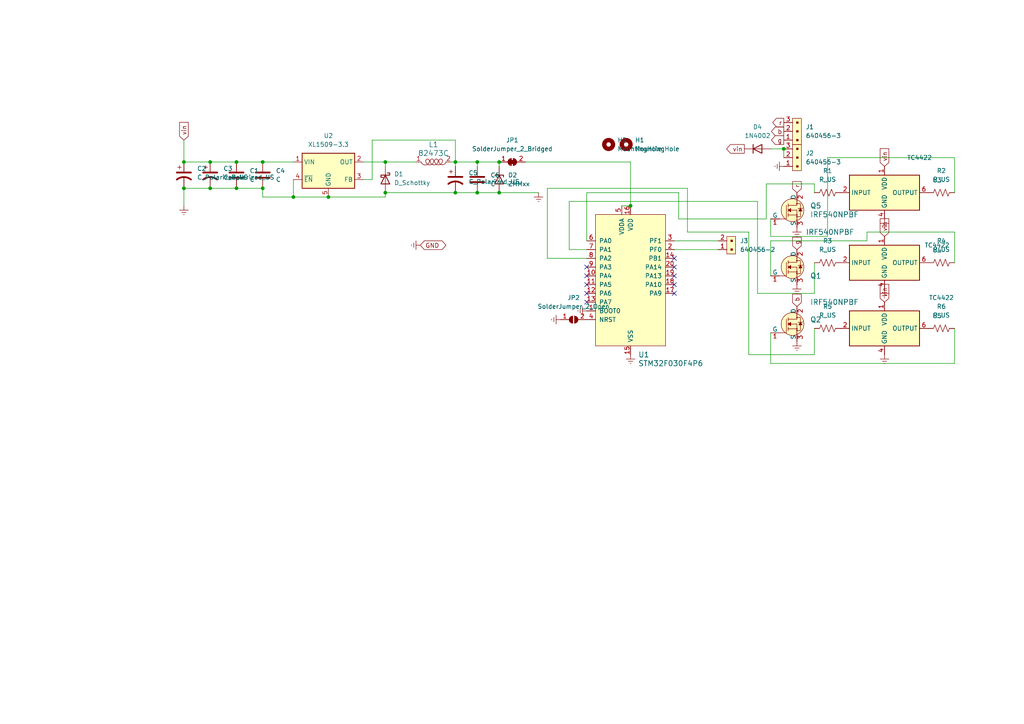
<source format=kicad_sch>
(kicad_sch (version 20230121) (generator eeschema)

  (uuid 32dc7336-c38c-4c34-b6b9-85b0a2439d0d)

  (paper "A4")

  (lib_symbols
    (symbol "Device:C" (pin_numbers hide) (pin_names (offset 0.254)) (in_bom yes) (on_board yes)
      (property "Reference" "C" (at 0.635 2.54 0)
        (effects (font (size 1.27 1.27)) (justify left))
      )
      (property "Value" "C" (at 0.635 -2.54 0)
        (effects (font (size 1.27 1.27)) (justify left))
      )
      (property "Footprint" "" (at 0.9652 -3.81 0)
        (effects (font (size 1.27 1.27)) hide)
      )
      (property "Datasheet" "~" (at 0 0 0)
        (effects (font (size 1.27 1.27)) hide)
      )
      (property "ki_keywords" "cap capacitor" (at 0 0 0)
        (effects (font (size 1.27 1.27)) hide)
      )
      (property "ki_description" "Unpolarized capacitor" (at 0 0 0)
        (effects (font (size 1.27 1.27)) hide)
      )
      (property "ki_fp_filters" "C_*" (at 0 0 0)
        (effects (font (size 1.27 1.27)) hide)
      )
      (symbol "C_0_1"
        (polyline
          (pts
            (xy -2.032 -0.762)
            (xy 2.032 -0.762)
          )
          (stroke (width 0.508) (type default))
          (fill (type none))
        )
        (polyline
          (pts
            (xy -2.032 0.762)
            (xy 2.032 0.762)
          )
          (stroke (width 0.508) (type default))
          (fill (type none))
        )
      )
      (symbol "C_1_1"
        (pin passive line (at 0 3.81 270) (length 2.794)
          (name "~" (effects (font (size 1.27 1.27))))
          (number "1" (effects (font (size 1.27 1.27))))
        )
        (pin passive line (at 0 -3.81 90) (length 2.794)
          (name "~" (effects (font (size 1.27 1.27))))
          (number "2" (effects (font (size 1.27 1.27))))
        )
      )
    )
    (symbol "Device:C_Polarized_US" (pin_numbers hide) (pin_names (offset 0.254) hide) (in_bom yes) (on_board yes)
      (property "Reference" "C" (at 0.635 2.54 0)
        (effects (font (size 1.27 1.27)) (justify left))
      )
      (property "Value" "C_Polarized_US" (at 0.635 -2.54 0)
        (effects (font (size 1.27 1.27)) (justify left))
      )
      (property "Footprint" "" (at 0 0 0)
        (effects (font (size 1.27 1.27)) hide)
      )
      (property "Datasheet" "~" (at 0 0 0)
        (effects (font (size 1.27 1.27)) hide)
      )
      (property "ki_keywords" "cap capacitor" (at 0 0 0)
        (effects (font (size 1.27 1.27)) hide)
      )
      (property "ki_description" "Polarized capacitor, US symbol" (at 0 0 0)
        (effects (font (size 1.27 1.27)) hide)
      )
      (property "ki_fp_filters" "CP_*" (at 0 0 0)
        (effects (font (size 1.27 1.27)) hide)
      )
      (symbol "C_Polarized_US_0_1"
        (polyline
          (pts
            (xy -2.032 0.762)
            (xy 2.032 0.762)
          )
          (stroke (width 0.508) (type default))
          (fill (type none))
        )
        (polyline
          (pts
            (xy -1.778 2.286)
            (xy -0.762 2.286)
          )
          (stroke (width 0) (type default))
          (fill (type none))
        )
        (polyline
          (pts
            (xy -1.27 1.778)
            (xy -1.27 2.794)
          )
          (stroke (width 0) (type default))
          (fill (type none))
        )
        (arc (start 2.032 -1.27) (mid 0 -0.5572) (end -2.032 -1.27)
          (stroke (width 0.508) (type default))
          (fill (type none))
        )
      )
      (symbol "C_Polarized_US_1_1"
        (pin passive line (at 0 3.81 270) (length 2.794)
          (name "~" (effects (font (size 1.27 1.27))))
          (number "1" (effects (font (size 1.27 1.27))))
        )
        (pin passive line (at 0 -3.81 90) (length 3.302)
          (name "~" (effects (font (size 1.27 1.27))))
          (number "2" (effects (font (size 1.27 1.27))))
        )
      )
    )
    (symbol "Device:D_Schottky" (pin_numbers hide) (pin_names (offset 1.016) hide) (in_bom yes) (on_board yes)
      (property "Reference" "D" (at 0 2.54 0)
        (effects (font (size 1.27 1.27)))
      )
      (property "Value" "D_Schottky" (at 0 -2.54 0)
        (effects (font (size 1.27 1.27)))
      )
      (property "Footprint" "" (at 0 0 0)
        (effects (font (size 1.27 1.27)) hide)
      )
      (property "Datasheet" "~" (at 0 0 0)
        (effects (font (size 1.27 1.27)) hide)
      )
      (property "ki_keywords" "diode Schottky" (at 0 0 0)
        (effects (font (size 1.27 1.27)) hide)
      )
      (property "ki_description" "Schottky diode" (at 0 0 0)
        (effects (font (size 1.27 1.27)) hide)
      )
      (property "ki_fp_filters" "TO-???* *_Diode_* *SingleDiode* D_*" (at 0 0 0)
        (effects (font (size 1.27 1.27)) hide)
      )
      (symbol "D_Schottky_0_1"
        (polyline
          (pts
            (xy 1.27 0)
            (xy -1.27 0)
          )
          (stroke (width 0) (type default))
          (fill (type none))
        )
        (polyline
          (pts
            (xy 1.27 1.27)
            (xy 1.27 -1.27)
            (xy -1.27 0)
            (xy 1.27 1.27)
          )
          (stroke (width 0.254) (type default))
          (fill (type none))
        )
        (polyline
          (pts
            (xy -1.905 0.635)
            (xy -1.905 1.27)
            (xy -1.27 1.27)
            (xy -1.27 -1.27)
            (xy -0.635 -1.27)
            (xy -0.635 -0.635)
          )
          (stroke (width 0.254) (type default))
          (fill (type none))
        )
      )
      (symbol "D_Schottky_1_1"
        (pin passive line (at -3.81 0 0) (length 2.54)
          (name "K" (effects (font (size 1.27 1.27))))
          (number "1" (effects (font (size 1.27 1.27))))
        )
        (pin passive line (at 3.81 0 180) (length 2.54)
          (name "A" (effects (font (size 1.27 1.27))))
          (number "2" (effects (font (size 1.27 1.27))))
        )
      )
    )
    (symbol "Device:R_US" (pin_numbers hide) (pin_names (offset 0)) (in_bom yes) (on_board yes)
      (property "Reference" "R" (at 2.54 0 90)
        (effects (font (size 1.27 1.27)))
      )
      (property "Value" "R_US" (at -2.54 0 90)
        (effects (font (size 1.27 1.27)))
      )
      (property "Footprint" "" (at 1.016 -0.254 90)
        (effects (font (size 1.27 1.27)) hide)
      )
      (property "Datasheet" "~" (at 0 0 0)
        (effects (font (size 1.27 1.27)) hide)
      )
      (property "ki_keywords" "R res resistor" (at 0 0 0)
        (effects (font (size 1.27 1.27)) hide)
      )
      (property "ki_description" "Resistor, US symbol" (at 0 0 0)
        (effects (font (size 1.27 1.27)) hide)
      )
      (property "ki_fp_filters" "R_*" (at 0 0 0)
        (effects (font (size 1.27 1.27)) hide)
      )
      (symbol "R_US_0_1"
        (polyline
          (pts
            (xy 0 -2.286)
            (xy 0 -2.54)
          )
          (stroke (width 0) (type default))
          (fill (type none))
        )
        (polyline
          (pts
            (xy 0 2.286)
            (xy 0 2.54)
          )
          (stroke (width 0) (type default))
          (fill (type none))
        )
        (polyline
          (pts
            (xy 0 -0.762)
            (xy 1.016 -1.143)
            (xy 0 -1.524)
            (xy -1.016 -1.905)
            (xy 0 -2.286)
          )
          (stroke (width 0) (type default))
          (fill (type none))
        )
        (polyline
          (pts
            (xy 0 0.762)
            (xy 1.016 0.381)
            (xy 0 0)
            (xy -1.016 -0.381)
            (xy 0 -0.762)
          )
          (stroke (width 0) (type default))
          (fill (type none))
        )
        (polyline
          (pts
            (xy 0 2.286)
            (xy 1.016 1.905)
            (xy 0 1.524)
            (xy -1.016 1.143)
            (xy 0 0.762)
          )
          (stroke (width 0) (type default))
          (fill (type none))
        )
      )
      (symbol "R_US_1_1"
        (pin passive line (at 0 3.81 270) (length 1.27)
          (name "~" (effects (font (size 1.27 1.27))))
          (number "1" (effects (font (size 1.27 1.27))))
        )
        (pin passive line (at 0 -3.81 90) (length 1.27)
          (name "~" (effects (font (size 1.27 1.27))))
          (number "2" (effects (font (size 1.27 1.27))))
        )
      )
    )
    (symbol "Diode:1N4002" (pin_numbers hide) (pin_names hide) (in_bom yes) (on_board yes)
      (property "Reference" "D" (at 0 2.54 0)
        (effects (font (size 1.27 1.27)))
      )
      (property "Value" "1N4002" (at 0 -2.54 0)
        (effects (font (size 1.27 1.27)))
      )
      (property "Footprint" "Diode_THT:D_DO-41_SOD81_P10.16mm_Horizontal" (at 0 -4.445 0)
        (effects (font (size 1.27 1.27)) hide)
      )
      (property "Datasheet" "http://www.vishay.com/docs/88503/1n4001.pdf" (at 0 0 0)
        (effects (font (size 1.27 1.27)) hide)
      )
      (property "Sim.Device" "D" (at 0 0 0)
        (effects (font (size 1.27 1.27)) hide)
      )
      (property "Sim.Pins" "1=K 2=A" (at 0 0 0)
        (effects (font (size 1.27 1.27)) hide)
      )
      (property "ki_keywords" "diode" (at 0 0 0)
        (effects (font (size 1.27 1.27)) hide)
      )
      (property "ki_description" "100V 1A General Purpose Rectifier Diode, DO-41" (at 0 0 0)
        (effects (font (size 1.27 1.27)) hide)
      )
      (property "ki_fp_filters" "D*DO?41*" (at 0 0 0)
        (effects (font (size 1.27 1.27)) hide)
      )
      (symbol "1N4002_0_1"
        (polyline
          (pts
            (xy -1.27 1.27)
            (xy -1.27 -1.27)
          )
          (stroke (width 0.254) (type default))
          (fill (type none))
        )
        (polyline
          (pts
            (xy 1.27 0)
            (xy -1.27 0)
          )
          (stroke (width 0) (type default))
          (fill (type none))
        )
        (polyline
          (pts
            (xy 1.27 1.27)
            (xy 1.27 -1.27)
            (xy -1.27 0)
            (xy 1.27 1.27)
          )
          (stroke (width 0.254) (type default))
          (fill (type none))
        )
      )
      (symbol "1N4002_1_1"
        (pin passive line (at -3.81 0 0) (length 2.54)
          (name "K" (effects (font (size 1.27 1.27))))
          (number "1" (effects (font (size 1.27 1.27))))
        )
        (pin passive line (at 3.81 0 180) (length 2.54)
          (name "A" (effects (font (size 1.27 1.27))))
          (number "2" (effects (font (size 1.27 1.27))))
        )
      )
    )
    (symbol "Diode:ZMMxx" (pin_numbers hide) (pin_names hide) (in_bom yes) (on_board yes)
      (property "Reference" "D" (at 0 2.54 0)
        (effects (font (size 1.27 1.27)))
      )
      (property "Value" "ZMMxx" (at 0 -2.54 0)
        (effects (font (size 1.27 1.27)))
      )
      (property "Footprint" "Diode_SMD:D_MiniMELF" (at 0 -4.445 0)
        (effects (font (size 1.27 1.27)) hide)
      )
      (property "Datasheet" "https://diotec.com/tl_files/diotec/files/pdf/datasheets/zmm1.pdf" (at 0 0 0)
        (effects (font (size 1.27 1.27)) hide)
      )
      (property "ki_keywords" "zener diode" (at 0 0 0)
        (effects (font (size 1.27 1.27)) hide)
      )
      (property "ki_description" "500mW Zener Diode, MiniMELF" (at 0 0 0)
        (effects (font (size 1.27 1.27)) hide)
      )
      (property "ki_fp_filters" "D*MiniMELF*" (at 0 0 0)
        (effects (font (size 1.27 1.27)) hide)
      )
      (symbol "ZMMxx_0_1"
        (polyline
          (pts
            (xy 1.27 0)
            (xy -1.27 0)
          )
          (stroke (width 0) (type default))
          (fill (type none))
        )
        (polyline
          (pts
            (xy -1.27 -1.27)
            (xy -1.27 1.27)
            (xy -0.762 1.27)
          )
          (stroke (width 0.254) (type default))
          (fill (type none))
        )
        (polyline
          (pts
            (xy 1.27 -1.27)
            (xy 1.27 1.27)
            (xy -1.27 0)
            (xy 1.27 -1.27)
          )
          (stroke (width 0.254) (type default))
          (fill (type none))
        )
      )
      (symbol "ZMMxx_1_1"
        (pin passive line (at -3.81 0 0) (length 2.54)
          (name "K" (effects (font (size 1.27 1.27))))
          (number "1" (effects (font (size 1.27 1.27))))
        )
        (pin passive line (at 3.81 0 180) (length 2.54)
          (name "A" (effects (font (size 1.27 1.27))))
          (number "2" (effects (font (size 1.27 1.27))))
        )
      )
    )
    (symbol "Driver_FET:TC4422" (in_bom yes) (on_board yes)
      (property "Reference" "U" (at -8.89 6.35 0)
        (effects (font (size 1.27 1.27)))
      )
      (property "Value" "TC4422" (at 6.35 6.35 0)
        (effects (font (size 1.27 1.27)))
      )
      (property "Footprint" "Package_DIP:DIP-8_W7.62mm" (at 0 -20.32 0)
        (effects (font (size 1.27 1.27)) hide)
      )
      (property "Datasheet" "http://ww1.microchip.com/downloads/en/DeviceDoc/20001420F.pdf" (at 0 -22.86 0)
        (effects (font (size 1.27 1.27)) hide)
      )
      (property "ki_keywords" "MOSFET IGBT driver" (at 0 0 0)
        (effects (font (size 1.27 1.27)) hide)
      )
      (property "ki_description" "9A High-Speed non-inverting MOSFET Driver" (at 0 0 0)
        (effects (font (size 1.27 1.27)) hide)
      )
      (property "ki_fp_filters" "DIP*W7.62mm*" (at 0 0 0)
        (effects (font (size 1.27 1.27)) hide)
      )
      (symbol "TC4422_0_1"
        (rectangle (start -10.16 5.08) (end 10.16 -5.08)
          (stroke (width 0.254) (type default))
          (fill (type background))
        )
      )
      (symbol "TC4422_1_1"
        (pin power_in line (at 0 7.62 270) (length 2.54)
          (name "VDD" (effects (font (size 1.27 1.27))))
          (number "1" (effects (font (size 1.27 1.27))))
        )
        (pin input line (at -12.7 0 0) (length 2.54)
          (name "INPUT" (effects (font (size 1.27 1.27))))
          (number "2" (effects (font (size 1.27 1.27))))
        )
        (pin no_connect line (at -5.08 -5.08 90) (length 2.54) hide
          (name "NC" (effects (font (size 1.27 1.27))))
          (number "3" (effects (font (size 1.27 1.27))))
        )
        (pin power_in line (at 0 -7.62 90) (length 2.54)
          (name "GND" (effects (font (size 1.27 1.27))))
          (number "4" (effects (font (size 1.27 1.27))))
        )
        (pin passive line (at 0 -7.62 90) (length 2.54) hide
          (name "GND" (effects (font (size 1.27 1.27))))
          (number "5" (effects (font (size 1.27 1.27))))
        )
        (pin output line (at 12.7 0 180) (length 2.54)
          (name "OUTPUT" (effects (font (size 1.27 1.27))))
          (number "6" (effects (font (size 1.27 1.27))))
        )
        (pin passive line (at 12.7 0 180) (length 2.54) hide
          (name "OUTPUT" (effects (font (size 1.27 1.27))))
          (number "7" (effects (font (size 1.27 1.27))))
        )
        (pin passive line (at 0 7.62 270) (length 2.54) hide
          (name "VDD" (effects (font (size 1.27 1.27))))
          (number "8" (effects (font (size 1.27 1.27))))
        )
      )
    )
    (symbol "Jumper:SolderJumper_2_Bridged" (pin_names (offset 0) hide) (in_bom yes) (on_board yes)
      (property "Reference" "JP" (at 0 2.032 0)
        (effects (font (size 1.27 1.27)))
      )
      (property "Value" "SolderJumper_2_Bridged" (at 0 -2.54 0)
        (effects (font (size 1.27 1.27)))
      )
      (property "Footprint" "" (at 0 0 0)
        (effects (font (size 1.27 1.27)) hide)
      )
      (property "Datasheet" "~" (at 0 0 0)
        (effects (font (size 1.27 1.27)) hide)
      )
      (property "ki_keywords" "solder jumper SPST" (at 0 0 0)
        (effects (font (size 1.27 1.27)) hide)
      )
      (property "ki_description" "Solder Jumper, 2-pole, closed/bridged" (at 0 0 0)
        (effects (font (size 1.27 1.27)) hide)
      )
      (property "ki_fp_filters" "SolderJumper*Bridged*" (at 0 0 0)
        (effects (font (size 1.27 1.27)) hide)
      )
      (symbol "SolderJumper_2_Bridged_0_1"
        (rectangle (start -0.508 0.508) (end 0.508 -0.508)
          (stroke (width 0) (type default))
          (fill (type outline))
        )
        (arc (start -0.254 1.016) (mid -1.2656 0) (end -0.254 -1.016)
          (stroke (width 0) (type default))
          (fill (type none))
        )
        (arc (start -0.254 1.016) (mid -1.2656 0) (end -0.254 -1.016)
          (stroke (width 0) (type default))
          (fill (type outline))
        )
        (polyline
          (pts
            (xy -0.254 1.016)
            (xy -0.254 -1.016)
          )
          (stroke (width 0) (type default))
          (fill (type none))
        )
        (polyline
          (pts
            (xy 0.254 1.016)
            (xy 0.254 -1.016)
          )
          (stroke (width 0) (type default))
          (fill (type none))
        )
        (arc (start 0.254 -1.016) (mid 1.2656 0) (end 0.254 1.016)
          (stroke (width 0) (type default))
          (fill (type none))
        )
        (arc (start 0.254 -1.016) (mid 1.2656 0) (end 0.254 1.016)
          (stroke (width 0) (type default))
          (fill (type outline))
        )
      )
      (symbol "SolderJumper_2_Bridged_1_1"
        (pin passive line (at -3.81 0 0) (length 2.54)
          (name "A" (effects (font (size 1.27 1.27))))
          (number "1" (effects (font (size 1.27 1.27))))
        )
        (pin passive line (at 3.81 0 180) (length 2.54)
          (name "B" (effects (font (size 1.27 1.27))))
          (number "2" (effects (font (size 1.27 1.27))))
        )
      )
    )
    (symbol "Jumper:SolderJumper_2_Open" (pin_names (offset 0) hide) (in_bom yes) (on_board yes)
      (property "Reference" "JP" (at 0 2.032 0)
        (effects (font (size 1.27 1.27)))
      )
      (property "Value" "SolderJumper_2_Open" (at 0 -2.54 0)
        (effects (font (size 1.27 1.27)))
      )
      (property "Footprint" "" (at 0 0 0)
        (effects (font (size 1.27 1.27)) hide)
      )
      (property "Datasheet" "~" (at 0 0 0)
        (effects (font (size 1.27 1.27)) hide)
      )
      (property "ki_keywords" "solder jumper SPST" (at 0 0 0)
        (effects (font (size 1.27 1.27)) hide)
      )
      (property "ki_description" "Solder Jumper, 2-pole, open" (at 0 0 0)
        (effects (font (size 1.27 1.27)) hide)
      )
      (property "ki_fp_filters" "SolderJumper*Open*" (at 0 0 0)
        (effects (font (size 1.27 1.27)) hide)
      )
      (symbol "SolderJumper_2_Open_0_1"
        (arc (start -0.254 1.016) (mid -1.2656 0) (end -0.254 -1.016)
          (stroke (width 0) (type default))
          (fill (type none))
        )
        (arc (start -0.254 1.016) (mid -1.2656 0) (end -0.254 -1.016)
          (stroke (width 0) (type default))
          (fill (type outline))
        )
        (polyline
          (pts
            (xy -0.254 1.016)
            (xy -0.254 -1.016)
          )
          (stroke (width 0) (type default))
          (fill (type none))
        )
        (polyline
          (pts
            (xy 0.254 1.016)
            (xy 0.254 -1.016)
          )
          (stroke (width 0) (type default))
          (fill (type none))
        )
        (arc (start 0.254 -1.016) (mid 1.2656 0) (end 0.254 1.016)
          (stroke (width 0) (type default))
          (fill (type none))
        )
        (arc (start 0.254 -1.016) (mid 1.2656 0) (end 0.254 1.016)
          (stroke (width 0) (type default))
          (fill (type outline))
        )
      )
      (symbol "SolderJumper_2_Open_1_1"
        (pin passive line (at -3.81 0 0) (length 2.54)
          (name "A" (effects (font (size 1.27 1.27))))
          (number "1" (effects (font (size 1.27 1.27))))
        )
        (pin passive line (at 3.81 0 180) (length 2.54)
          (name "B" (effects (font (size 1.27 1.27))))
          (number "2" (effects (font (size 1.27 1.27))))
        )
      )
    )
    (symbol "Mechanical:MountingHole" (pin_names (offset 1.016)) (in_bom yes) (on_board yes)
      (property "Reference" "H" (at 0 5.08 0)
        (effects (font (size 1.27 1.27)))
      )
      (property "Value" "MountingHole" (at 0 3.175 0)
        (effects (font (size 1.27 1.27)))
      )
      (property "Footprint" "" (at 0 0 0)
        (effects (font (size 1.27 1.27)) hide)
      )
      (property "Datasheet" "~" (at 0 0 0)
        (effects (font (size 1.27 1.27)) hide)
      )
      (property "ki_keywords" "mounting hole" (at 0 0 0)
        (effects (font (size 1.27 1.27)) hide)
      )
      (property "ki_description" "Mounting Hole without connection" (at 0 0 0)
        (effects (font (size 1.27 1.27)) hide)
      )
      (property "ki_fp_filters" "MountingHole*" (at 0 0 0)
        (effects (font (size 1.27 1.27)) hide)
      )
      (symbol "MountingHole_0_1"
        (circle (center 0 0) (radius 1.27)
          (stroke (width 1.27) (type default))
          (fill (type none))
        )
      )
    )
    (symbol "Regulator_Switching:XL1509-3.3" (in_bom yes) (on_board yes)
      (property "Reference" "U" (at -7.112 6.096 0)
        (effects (font (size 1.27 1.27)))
      )
      (property "Value" "XL1509-3.3" (at 5.842 6.096 0)
        (effects (font (size 1.27 1.27)))
      )
      (property "Footprint" "Package_SO:SOIC-8_3.9x4.9mm_P1.27mm" (at 0 8.382 0)
        (effects (font (size 1.27 1.27)) hide)
      )
      (property "Datasheet" "https://datasheet.lcsc.com/lcsc/1809050422_XLSEMI-XL1509-5-0E1_C61063.pdf" (at 2.54 10.668 0)
        (effects (font (size 1.27 1.27)) hide)
      )
      (property "ki_keywords" "Buck DC/DC converter" (at 0 0 0)
        (effects (font (size 1.27 1.27)) hide)
      )
      (property "ki_description" "Buck DC/DC Converter, 2A, 3.3V Output Voltage, 4.5-40V Input Voltage" (at 0 0 0)
        (effects (font (size 1.27 1.27)) hide)
      )
      (property "ki_fp_filters" "SOIC*3.9x4.9mm*P1.27mm*" (at 0 0 0)
        (effects (font (size 1.27 1.27)) hide)
      )
      (symbol "XL1509-3.3_0_1"
        (rectangle (start -7.62 5.08) (end 7.62 -5.08)
          (stroke (width 0.254) (type default))
          (fill (type background))
        )
      )
      (symbol "XL1509-3.3_1_1"
        (pin power_in line (at -10.16 2.54 0) (length 2.54)
          (name "VIN" (effects (font (size 1.27 1.27))))
          (number "1" (effects (font (size 1.27 1.27))))
        )
        (pin power_out line (at 10.16 2.54 180) (length 2.54)
          (name "OUT" (effects (font (size 1.27 1.27))))
          (number "2" (effects (font (size 1.27 1.27))))
        )
        (pin input line (at 10.16 -2.54 180) (length 2.54)
          (name "FB" (effects (font (size 1.27 1.27))))
          (number "3" (effects (font (size 1.27 1.27))))
        )
        (pin input line (at -10.16 -2.54 0) (length 2.54)
          (name "~{EN}" (effects (font (size 1.27 1.27))))
          (number "4" (effects (font (size 1.27 1.27))))
        )
        (pin power_in line (at 0 -7.62 90) (length 2.54)
          (name "GND" (effects (font (size 1.27 1.27))))
          (number "5" (effects (font (size 1.27 1.27))))
        )
        (pin passive line (at 0 -7.62 90) (length 2.54) hide
          (name "GND" (effects (font (size 1.27 1.27))))
          (number "6" (effects (font (size 1.27 1.27))))
        )
        (pin passive line (at 0 -7.62 90) (length 2.54) hide
          (name "GND" (effects (font (size 1.27 1.27))))
          (number "7" (effects (font (size 1.27 1.27))))
        )
        (pin passive line (at 0 -7.62 90) (length 2.54) hide
          (name "GND" (effects (font (size 1.27 1.27))))
          (number "8" (effects (font (size 1.27 1.27))))
        )
      )
    )
    (symbol "dk_Embedded-Microcontrollers:STM32F030F4P6" (pin_names (offset 1.016)) (in_bom yes) (on_board yes)
      (property "Reference" "U" (at -7.62 11.43 0)
        (effects (font (size 1.524 1.524)) (justify left))
      )
      (property "Value" "STM32F030F4P6" (at 2.54 -10.16 90)
        (effects (font (size 1.524 1.524)))
      )
      (property "Footprint" "digikey-footprints:TSSOP-20_W4.4mm" (at 5.08 5.08 0)
        (effects (font (size 1.524 1.524)) (justify left) hide)
      )
      (property "Datasheet" "http://www.st.com/content/ccc/resource/technical/document/datasheet/a4/5d/0b/0e/87/c4/4d/71/DM00088500.pdf/files/DM00088500.pdf/jcr:content/translations/en.DM00088500.pdf" (at 5.08 7.62 0)
        (effects (font (size 1.524 1.524)) (justify left) hide)
      )
      (property "Digi-Key_PN" "497-14044-5-ND" (at 5.08 10.16 0)
        (effects (font (size 1.524 1.524)) (justify left) hide)
      )
      (property "MPN" "STM32F030F4P6" (at 5.08 12.7 0)
        (effects (font (size 1.524 1.524)) (justify left) hide)
      )
      (property "Category" "Integrated Circuits (ICs)" (at 5.08 15.24 0)
        (effects (font (size 1.524 1.524)) (justify left) hide)
      )
      (property "Family" "Embedded - Microcontrollers" (at 5.08 17.78 0)
        (effects (font (size 1.524 1.524)) (justify left) hide)
      )
      (property "DK_Datasheet_Link" "http://www.st.com/content/ccc/resource/technical/document/datasheet/a4/5d/0b/0e/87/c4/4d/71/DM00088500.pdf/files/DM00088500.pdf/jcr:content/translations/en.DM00088500.pdf" (at 5.08 20.32 0)
        (effects (font (size 1.524 1.524)) (justify left) hide)
      )
      (property "DK_Detail_Page" "/product-detail/en/stmicroelectronics/STM32F030F4P6/497-14044-5-ND/4357517" (at 5.08 22.86 0)
        (effects (font (size 1.524 1.524)) (justify left) hide)
      )
      (property "Description" "IC MCU 32BIT 16KB FLASH 20TSSOP" (at 5.08 25.4 0)
        (effects (font (size 1.524 1.524)) (justify left) hide)
      )
      (property "Manufacturer" "STMicroelectronics" (at 5.08 27.94 0)
        (effects (font (size 1.524 1.524)) (justify left) hide)
      )
      (property "Status" "Active" (at 5.08 30.48 0)
        (effects (font (size 1.524 1.524)) (justify left) hide)
      )
      (property "ki_keywords" "497-14044-5-ND STM32F0" (at 0 0 0)
        (effects (font (size 1.27 1.27)) hide)
      )
      (property "ki_description" "IC MCU 32BIT 16KB FLASH 20TSSOP" (at 0 0 0)
        (effects (font (size 1.27 1.27)) hide)
      )
      (symbol "STM32F030F4P6_0_1"
        (rectangle (start -7.62 10.16) (end 12.7 -27.94)
          (stroke (width 0) (type solid))
          (fill (type background))
        )
      )
      (symbol "STM32F030F4P6_1_1"
        (pin input line (at -10.16 -17.78 0) (length 2.54)
          (name "BOOT0" (effects (font (size 1.27 1.27))))
          (number "1" (effects (font (size 1.27 1.27))))
        )
        (pin bidirectional line (at -10.16 -7.62 0) (length 2.54)
          (name "PA4" (effects (font (size 1.27 1.27))))
          (number "10" (effects (font (size 1.27 1.27))))
        )
        (pin bidirectional line (at -10.16 -10.16 0) (length 2.54)
          (name "PA5" (effects (font (size 1.27 1.27))))
          (number "11" (effects (font (size 1.27 1.27))))
        )
        (pin bidirectional line (at -10.16 -12.7 0) (length 2.54)
          (name "PA6" (effects (font (size 1.27 1.27))))
          (number "12" (effects (font (size 1.27 1.27))))
        )
        (pin bidirectional line (at -10.16 -15.24 0) (length 2.54)
          (name "PA7" (effects (font (size 1.27 1.27))))
          (number "13" (effects (font (size 1.27 1.27))))
        )
        (pin bidirectional line (at 15.24 -2.54 180) (length 2.54)
          (name "PB1" (effects (font (size 1.27 1.27))))
          (number "14" (effects (font (size 1.27 1.27))))
        )
        (pin power_in line (at 2.54 -30.48 90) (length 2.54)
          (name "VSS" (effects (font (size 1.27 1.27))))
          (number "15" (effects (font (size 1.27 1.27))))
        )
        (pin power_in line (at 2.54 12.7 270) (length 2.54)
          (name "VDD" (effects (font (size 1.27 1.27))))
          (number "16" (effects (font (size 1.27 1.27))))
        )
        (pin bidirectional line (at 15.24 -12.7 180) (length 2.54)
          (name "PA9" (effects (font (size 1.27 1.27))))
          (number "17" (effects (font (size 1.27 1.27))))
        )
        (pin bidirectional line (at 15.24 -10.16 180) (length 2.54)
          (name "PA10" (effects (font (size 1.27 1.27))))
          (number "18" (effects (font (size 1.27 1.27))))
        )
        (pin bidirectional line (at 15.24 -7.62 180) (length 2.54)
          (name "PA13" (effects (font (size 1.27 1.27))))
          (number "19" (effects (font (size 1.27 1.27))))
        )
        (pin bidirectional line (at 15.24 0 180) (length 2.54)
          (name "PF0" (effects (font (size 1.27 1.27))))
          (number "2" (effects (font (size 1.27 1.27))))
        )
        (pin bidirectional line (at 15.24 -5.08 180) (length 2.54)
          (name "PA14" (effects (font (size 1.27 1.27))))
          (number "20" (effects (font (size 1.27 1.27))))
        )
        (pin bidirectional line (at 15.24 2.54 180) (length 2.54)
          (name "PF1" (effects (font (size 1.27 1.27))))
          (number "3" (effects (font (size 1.27 1.27))))
        )
        (pin bidirectional line (at -10.16 -20.32 0) (length 2.54)
          (name "NRST" (effects (font (size 1.27 1.27))))
          (number "4" (effects (font (size 1.27 1.27))))
        )
        (pin power_in line (at 0 12.7 270) (length 2.54)
          (name "VDDA" (effects (font (size 1.27 1.27))))
          (number "5" (effects (font (size 1.27 1.27))))
        )
        (pin bidirectional line (at -10.16 2.54 0) (length 2.54)
          (name "PA0" (effects (font (size 1.27 1.27))))
          (number "6" (effects (font (size 1.27 1.27))))
        )
        (pin bidirectional line (at -10.16 0 0) (length 2.54)
          (name "PA1" (effects (font (size 1.27 1.27))))
          (number "7" (effects (font (size 1.27 1.27))))
        )
        (pin bidirectional line (at -10.16 -2.54 0) (length 2.54)
          (name "PA2" (effects (font (size 1.27 1.27))))
          (number "8" (effects (font (size 1.27 1.27))))
        )
        (pin bidirectional line (at -10.16 -5.08 0) (length 2.54)
          (name "PA3" (effects (font (size 1.27 1.27))))
          (number "9" (effects (font (size 1.27 1.27))))
        )
      )
    )
    (symbol "dk_Fixed-Inductors:82473C" (pin_names (offset 1.016)) (in_bom yes) (on_board yes)
      (property "Reference" "L" (at -4.445 3.175 0)
        (effects (font (size 1.524 1.524)))
      )
      (property "Value" "82473C" (at 4.445 -1.905 0)
        (effects (font (size 1.524 1.524)))
      )
      (property "Footprint" "digikey-footprints:1210" (at 5.08 5.08 0)
        (effects (font (size 1.524 1.524)) (justify left) hide)
      )
      (property "Datasheet" "https://www.murata-ps.com/data/magnetics/kmp_8200c.pdf" (at 5.08 7.62 0)
        (effects (font (size 1.524 1.524)) (justify left) hide)
      )
      (property "Digi-Key_PN" "811-2477-1-ND" (at 5.08 10.16 0)
        (effects (font (size 1.524 1.524)) (justify left) hide)
      )
      (property "MPN" "82473C" (at 5.08 12.7 0)
        (effects (font (size 1.524 1.524)) (justify left) hide)
      )
      (property "Category" "Inductors, Coils, Chokes" (at 5.08 15.24 0)
        (effects (font (size 1.524 1.524)) (justify left) hide)
      )
      (property "Family" "Fixed Inductors" (at 5.08 17.78 0)
        (effects (font (size 1.524 1.524)) (justify left) hide)
      )
      (property "DK_Datasheet_Link" "https://www.murata-ps.com/data/magnetics/kmp_8200c.pdf" (at 5.08 20.32 0)
        (effects (font (size 1.524 1.524)) (justify left) hide)
      )
      (property "DK_Detail_Page" "/product-detail/en/murata-power-solutions-inc/82473C/811-2477-1-ND/3178548" (at 5.08 22.86 0)
        (effects (font (size 1.524 1.524)) (justify left) hide)
      )
      (property "Description" "FIXED IND 47UH 250MA 1.69 OHM" (at 5.08 25.4 0)
        (effects (font (size 1.524 1.524)) (justify left) hide)
      )
      (property "Manufacturer" "Murata Power Solutions Inc." (at 5.08 27.94 0)
        (effects (font (size 1.524 1.524)) (justify left) hide)
      )
      (property "Status" "Active" (at 5.08 30.48 0)
        (effects (font (size 1.524 1.524)) (justify left) hide)
      )
      (property "ki_keywords" "811-2477-1-ND 8200" (at 0 0 0)
        (effects (font (size 1.27 1.27)) hide)
      )
      (property "ki_description" "FIXED IND 47UH 250MA 1.69 OHM" (at 0 0 0)
        (effects (font (size 1.27 1.27)) hide)
      )
      (symbol "82473C_0_1"
        (arc (start -3.556 0) (mid -2.1694 -0.8461) (end -1.1938 0.4318)
          (stroke (width 0) (type solid))
          (fill (type none))
        )
        (arc (start -2.2098 0.508) (mid -2.0918 -0.2848) (end -1.4478 -0.762)
          (stroke (width 0) (type solid))
          (fill (type none))
        )
        (arc (start -1.4732 -0.762) (mid -0.4347 -0.6489) (end 0.0508 0.254)
          (stroke (width 0) (type solid))
          (fill (type none))
        )
        (arc (start -1.1938 0.254) (mid -1.5764 0.8583) (end -2.2098 0.508)
          (stroke (width 0) (type solid))
          (fill (type none))
        )
        (arc (start -0.9398 0.508) (mid -0.8218 -0.2848) (end -0.1778 -0.762)
          (stroke (width 0) (type solid))
          (fill (type none))
        )
        (arc (start -0.2032 -0.762) (mid 0.8353 -0.6489) (end 1.3208 0.254)
          (stroke (width 0) (type solid))
          (fill (type none))
        )
        (arc (start 0.0762 0.254) (mid -0.3064 0.8583) (end -0.9398 0.508)
          (stroke (width 0) (type solid))
          (fill (type none))
        )
        (arc (start 0.3302 0.508) (mid 0.4482 -0.2848) (end 1.0922 -0.762)
          (stroke (width 0) (type solid))
          (fill (type none))
        )
        (arc (start 1.0668 -0.762) (mid 2.1053 -0.6489) (end 2.5908 0.254)
          (stroke (width 0) (type solid))
          (fill (type none))
        )
        (arc (start 1.3462 0.254) (mid 0.9636 0.8583) (end 0.3302 0.508)
          (stroke (width 0) (type solid))
          (fill (type none))
        )
        (arc (start 1.5748 0.4318) (mid 2.3727 -0.7843) (end 3.5814 0)
          (stroke (width 0) (type solid))
          (fill (type none))
        )
        (arc (start 2.6162 0.254) (mid 2.2336 0.8583) (end 1.6002 0.508)
          (stroke (width 0) (type solid))
          (fill (type none))
        )
      )
      (symbol "82473C_1_1"
        (pin passive line (at -5.08 0 0) (length 1.4986)
          (name "~" (effects (font (size 1.27 1.27))))
          (number "1" (effects (font (size 1.27 1.27))))
        )
        (pin passive line (at 5.08 0 180) (length 1.4986)
          (name "~" (effects (font (size 1.27 1.27))))
          (number "2" (effects (font (size 1.27 1.27))))
        )
      )
    )
    (symbol "dk_Rectangular-Connectors-Headers-Male-Pins:640456-2" (pin_names (offset 1.016)) (in_bom yes) (on_board yes)
      (property "Reference" "J" (at -2.54 1.27 0)
        (effects (font (size 1.27 1.27)) (justify right))
      )
      (property "Value" "640456-2" (at 1.27 -3.81 0)
        (effects (font (size 1.27 1.27)))
      )
      (property "Footprint" "digikey-footprints:PinHeader_1x2_P2.54mm_Drill1.02mm" (at 5.08 5.08 0)
        (effects (font (size 1.524 1.524)) (justify left) hide)
      )
      (property "Datasheet" "https://www.te.com/commerce/DocumentDelivery/DDEController?Action=srchrtrv&DocNm=640456&DocType=Customer+Drawing&DocLang=English" (at 5.08 7.62 0)
        (effects (font (size 1.524 1.524)) (justify left) hide)
      )
      (property "Digi-Key_PN" "A1921-ND" (at 5.08 10.16 0)
        (effects (font (size 1.524 1.524)) (justify left) hide)
      )
      (property "MPN" "640456-2" (at 5.08 12.7 0)
        (effects (font (size 1.524 1.524)) (justify left) hide)
      )
      (property "Category" "Connectors, Interconnects" (at 5.08 15.24 0)
        (effects (font (size 1.524 1.524)) (justify left) hide)
      )
      (property "Family" "Rectangular Connectors - Headers, Male Pins" (at 5.08 17.78 0)
        (effects (font (size 1.524 1.524)) (justify left) hide)
      )
      (property "DK_Datasheet_Link" "https://www.te.com/commerce/DocumentDelivery/DDEController?Action=srchrtrv&DocNm=640456&DocType=Customer+Drawing&DocLang=English" (at 5.08 20.32 0)
        (effects (font (size 1.524 1.524)) (justify left) hide)
      )
      (property "DK_Detail_Page" "/product-detail/en/te-connectivity-amp-connectors/640456-2/A1921-ND/109003" (at 5.08 22.86 0)
        (effects (font (size 1.524 1.524)) (justify left) hide)
      )
      (property "Description" "CONN HEADER VERT 2POS 2.54MM" (at 5.08 25.4 0)
        (effects (font (size 1.524 1.524)) (justify left) hide)
      )
      (property "Manufacturer" "TE Connectivity AMP Connectors" (at 5.08 27.94 0)
        (effects (font (size 1.524 1.524)) (justify left) hide)
      )
      (property "Status" "Active" (at 5.08 30.48 0)
        (effects (font (size 1.524 1.524)) (justify left) hide)
      )
      (property "ki_keywords" "A1921-ND MTA-100" (at 0 0 0)
        (effects (font (size 1.27 1.27)) hide)
      )
      (property "ki_description" "CONN HEADER VERT 2POS 2.54MM" (at 0 0 0)
        (effects (font (size 1.27 1.27)) hide)
      )
      (symbol "640456-2_1_1"
        (rectangle (start -1.27 0) (end 3.81 -2.54)
          (stroke (width 0) (type solid))
          (fill (type background))
        )
        (rectangle (start -0.254 -1.143) (end 0.254 -1.651)
          (stroke (width 0) (type solid))
          (fill (type outline))
        )
        (rectangle (start 2.286 -1.143) (end 2.794 -1.651)
          (stroke (width 0) (type solid))
          (fill (type outline))
        )
        (pin passive line (at 0 2.54 270) (length 2.54)
          (name "~" (effects (font (size 1.27 1.27))))
          (number "1" (effects (font (size 1.27 1.27))))
        )
        (pin passive line (at 2.54 2.54 270) (length 2.54)
          (name "~" (effects (font (size 1.27 1.27))))
          (number "2" (effects (font (size 1.27 1.27))))
        )
      )
    )
    (symbol "dk_Rectangular-Connectors-Headers-Male-Pins:640456-3" (pin_names (offset 1.016)) (in_bom yes) (on_board yes)
      (property "Reference" "J" (at -2.54 1.27 0)
        (effects (font (size 1.27 1.27)) (justify right))
      )
      (property "Value" "640456-3" (at 2.54 -3.81 0)
        (effects (font (size 1.27 1.27)))
      )
      (property "Footprint" "digikey-footprints:PinHeader_1x3_P2.54_Drill1.1mm" (at 5.08 5.08 0)
        (effects (font (size 1.524 1.524)) (justify left) hide)
      )
      (property "Datasheet" "https://www.te.com/commerce/DocumentDelivery/DDEController?Action=srchrtrv&DocNm=640456&DocType=Customer+Drawing&DocLang=English" (at 5.08 7.62 0)
        (effects (font (size 1.524 1.524)) (justify left) hide)
      )
      (property "Digi-Key_PN" "A19470-ND" (at 5.08 10.16 0)
        (effects (font (size 1.524 1.524)) (justify left) hide)
      )
      (property "MPN" "640456-3" (at 5.08 12.7 0)
        (effects (font (size 1.524 1.524)) (justify left) hide)
      )
      (property "Category" "Connectors, Interconnects" (at 5.08 15.24 0)
        (effects (font (size 1.524 1.524)) (justify left) hide)
      )
      (property "Family" "Rectangular Connectors - Headers, Male Pins" (at 5.08 17.78 0)
        (effects (font (size 1.524 1.524)) (justify left) hide)
      )
      (property "DK_Datasheet_Link" "https://www.te.com/commerce/DocumentDelivery/DDEController?Action=srchrtrv&DocNm=640456&DocType=Customer+Drawing&DocLang=English" (at 5.08 20.32 0)
        (effects (font (size 1.524 1.524)) (justify left) hide)
      )
      (property "DK_Detail_Page" "/product-detail/en/te-connectivity-amp-connectors/640456-3/A19470-ND/259010" (at 5.08 22.86 0)
        (effects (font (size 1.524 1.524)) (justify left) hide)
      )
      (property "Description" "CONN HEADER VERT 3POS 2.54MM" (at 5.08 25.4 0)
        (effects (font (size 1.524 1.524)) (justify left) hide)
      )
      (property "Manufacturer" "TE Connectivity AMP Connectors" (at 5.08 27.94 0)
        (effects (font (size 1.524 1.524)) (justify left) hide)
      )
      (property "Status" "Active" (at 5.08 30.48 0)
        (effects (font (size 1.524 1.524)) (justify left) hide)
      )
      (property "ki_keywords" "A19470-ND MTA-100" (at 0 0 0)
        (effects (font (size 1.27 1.27)) hide)
      )
      (property "ki_description" "CONN HEADER VERT 3POS 2.54MM" (at 0 0 0)
        (effects (font (size 1.27 1.27)) hide)
      )
      (symbol "640456-3_1_1"
        (rectangle (start -1.27 0) (end 6.35 -2.54)
          (stroke (width 0) (type solid))
          (fill (type background))
        )
        (rectangle (start -0.254 -1.143) (end 0.254 -1.651)
          (stroke (width 0) (type solid))
          (fill (type outline))
        )
        (rectangle (start 2.286 -1.143) (end 2.794 -1.651)
          (stroke (width 0) (type solid))
          (fill (type outline))
        )
        (rectangle (start 4.826 -1.143) (end 5.334 -1.651)
          (stroke (width 0) (type solid))
          (fill (type outline))
        )
        (pin passive line (at 0 2.54 270) (length 2.54)
          (name "~" (effects (font (size 1.27 1.27))))
          (number "1" (effects (font (size 1.27 1.27))))
        )
        (pin passive line (at 2.54 2.54 270) (length 2.54)
          (name "~" (effects (font (size 1.27 1.27))))
          (number "2" (effects (font (size 1.27 1.27))))
        )
        (pin passive line (at 5.08 2.54 270) (length 2.54)
          (name "~" (effects (font (size 1.27 1.27))))
          (number "3" (effects (font (size 1.27 1.27))))
        )
      )
    )
    (symbol "dk_Transistors-FETs-MOSFETs-Single:IRF540NPBF" (pin_names (offset 0)) (in_bom yes) (on_board yes)
      (property "Reference" "Q" (at -2.6924 3.6322 0)
        (effects (font (size 1.524 1.524)) (justify right))
      )
      (property "Value" "IRF540NPBF" (at 3.4544 0 90)
        (effects (font (size 1.524 1.524)))
      )
      (property "Footprint" "digikey-footprints:TO-220-3" (at 5.08 5.08 0)
        (effects (font (size 1.524 1.524)) (justify left) hide)
      )
      (property "Datasheet" "https://www.infineon.com/dgdl/irf540npbf.pdf?fileId=5546d462533600a4015355e39f0d19a1" (at 5.08 7.62 0)
        (effects (font (size 1.524 1.524)) (justify left) hide)
      )
      (property "Digi-Key_PN" "IRF540NPBF-ND" (at 5.08 10.16 0)
        (effects (font (size 1.524 1.524)) (justify left) hide)
      )
      (property "MPN" "IRF540NPBF" (at 5.08 12.7 0)
        (effects (font (size 1.524 1.524)) (justify left) hide)
      )
      (property "Category" "Discrete Semiconductor Products" (at 5.08 15.24 0)
        (effects (font (size 1.524 1.524)) (justify left) hide)
      )
      (property "Family" "Transistors - FETs, MOSFETs - Single" (at 5.08 17.78 0)
        (effects (font (size 1.524 1.524)) (justify left) hide)
      )
      (property "DK_Datasheet_Link" "https://www.infineon.com/dgdl/irf540npbf.pdf?fileId=5546d462533600a4015355e39f0d19a1" (at 5.08 20.32 0)
        (effects (font (size 1.524 1.524)) (justify left) hide)
      )
      (property "DK_Detail_Page" "/product-detail/en/infineon-technologies/IRF540NPBF/IRF540NPBF-ND/811869" (at 5.08 22.86 0)
        (effects (font (size 1.524 1.524)) (justify left) hide)
      )
      (property "Description" "MOSFET N-CH 100V 33A TO-220AB" (at 5.08 25.4 0)
        (effects (font (size 1.524 1.524)) (justify left) hide)
      )
      (property "Manufacturer" "Infineon Technologies" (at 5.08 27.94 0)
        (effects (font (size 1.524 1.524)) (justify left) hide)
      )
      (property "Status" "Active" (at 5.08 30.48 0)
        (effects (font (size 1.524 1.524)) (justify left) hide)
      )
      (property "ki_description" "MOSFET N-CH 100V 33A TO-220AB" (at 0 0 0)
        (effects (font (size 1.27 1.27)) hide)
      )
      (symbol "IRF540NPBF_0_1"
        (circle (center -1.27 0) (radius 3.302)
          (stroke (width 0) (type solid))
          (fill (type background))
        )
        (circle (center 0 -1.905) (radius 0.127)
          (stroke (width 0) (type solid))
          (fill (type none))
        )
        (circle (center 0 -1.397) (radius 0.127)
          (stroke (width 0) (type solid))
          (fill (type none))
        )
        (polyline
          (pts
            (xy 0 -1.397)
            (xy -2.54 -1.397)
          )
          (stroke (width 0) (type solid))
          (fill (type none))
        )
        (polyline
          (pts
            (xy 0.508 0.508)
            (xy 0.3556 0.3556)
          )
          (stroke (width 0) (type solid))
          (fill (type none))
        )
        (polyline
          (pts
            (xy 1.524 0.508)
            (xy 1.7272 0.6604)
          )
          (stroke (width 0) (type solid))
          (fill (type none))
        )
        (polyline
          (pts
            (xy -5.08 -2.54)
            (xy -3.048 -2.54)
            (xy -3.048 1.397)
          )
          (stroke (width 0) (type solid))
          (fill (type none))
        )
        (polyline
          (pts
            (xy 0 -2.54)
            (xy 0 0)
            (xy -2.54 0)
          )
          (stroke (width 0) (type solid))
          (fill (type none))
        )
        (polyline
          (pts
            (xy 0 2.54)
            (xy 0 1.397)
            (xy -2.54 1.397)
          )
          (stroke (width 0) (type solid))
          (fill (type none))
        )
        (polyline
          (pts
            (xy -0.127 -1.905)
            (xy 1.016 -1.905)
            (xy 1.016 1.397)
            (xy 1.016 1.905)
            (xy -0.127 1.905)
          )
          (stroke (width 0) (type solid))
          (fill (type none))
        )
        (circle (center 0 1.905) (radius 0.127)
          (stroke (width 0) (type solid))
          (fill (type none))
        )
      )
      (symbol "IRF540NPBF_1_1"
        (polyline
          (pts
            (xy -2.54 -1.397)
            (xy -2.54 -1.905)
          )
          (stroke (width 0) (type solid))
          (fill (type none))
        )
        (polyline
          (pts
            (xy -2.54 -1.397)
            (xy -2.54 -0.889)
          )
          (stroke (width 0) (type solid))
          (fill (type none))
        )
        (polyline
          (pts
            (xy -2.54 0)
            (xy -2.54 -0.508)
          )
          (stroke (width 0) (type solid))
          (fill (type none))
        )
        (polyline
          (pts
            (xy -2.54 0)
            (xy -2.54 0.508)
          )
          (stroke (width 0) (type solid))
          (fill (type none))
        )
        (polyline
          (pts
            (xy -2.54 1.905)
            (xy -2.54 0.889)
          )
          (stroke (width 0) (type solid))
          (fill (type none))
        )
        (polyline
          (pts
            (xy 1.524 0.508)
            (xy 0.508 0.508)
          )
          (stroke (width 0) (type solid))
          (fill (type none))
        )
        (polyline
          (pts
            (xy -2.54 0)
            (xy -1.778 0.508)
            (xy -1.778 -0.508)
            (xy -2.54 0)
          )
          (stroke (width 0) (type solid))
          (fill (type outline))
        )
        (polyline
          (pts
            (xy 1.016 0.508)
            (xy 0.508 -0.254)
            (xy 1.524 -0.254)
            (xy 1.016 0.508)
          )
          (stroke (width 0) (type solid))
          (fill (type outline))
        )
        (pin bidirectional line (at -7.62 -2.54 0) (length 2.54)
          (name "G" (effects (font (size 1.27 1.27))))
          (number "1" (effects (font (size 1.27 1.27))))
        )
        (pin bidirectional line (at 0 5.08 270) (length 2.54)
          (name "D" (effects (font (size 1.27 1.27))))
          (number "2" (effects (font (size 1.27 1.27))))
        )
        (pin bidirectional line (at 0 -5.08 90) (length 2.54)
          (name "S" (effects (font (size 1.27 1.27))))
          (number "3" (effects (font (size 1.27 1.27))))
        )
      )
    )
    (symbol "power:Earth" (power) (pin_names (offset 0)) (in_bom yes) (on_board yes)
      (property "Reference" "#PWR" (at 0 -6.35 0)
        (effects (font (size 1.27 1.27)) hide)
      )
      (property "Value" "Earth" (at 0 -3.81 0)
        (effects (font (size 1.27 1.27)) hide)
      )
      (property "Footprint" "" (at 0 0 0)
        (effects (font (size 1.27 1.27)) hide)
      )
      (property "Datasheet" "~" (at 0 0 0)
        (effects (font (size 1.27 1.27)) hide)
      )
      (property "ki_keywords" "global ground gnd" (at 0 0 0)
        (effects (font (size 1.27 1.27)) hide)
      )
      (property "ki_description" "Power symbol creates a global label with name \"Earth\"" (at 0 0 0)
        (effects (font (size 1.27 1.27)) hide)
      )
      (symbol "Earth_0_1"
        (polyline
          (pts
            (xy -0.635 -1.905)
            (xy 0.635 -1.905)
          )
          (stroke (width 0) (type default))
          (fill (type none))
        )
        (polyline
          (pts
            (xy -0.127 -2.54)
            (xy 0.127 -2.54)
          )
          (stroke (width 0) (type default))
          (fill (type none))
        )
        (polyline
          (pts
            (xy 0 -1.27)
            (xy 0 0)
          )
          (stroke (width 0) (type default))
          (fill (type none))
        )
        (polyline
          (pts
            (xy 1.27 -1.27)
            (xy -1.27 -1.27)
          )
          (stroke (width 0) (type default))
          (fill (type none))
        )
      )
      (symbol "Earth_1_1"
        (pin power_in line (at 0 0 270) (length 0) hide
          (name "Earth" (effects (font (size 1.27 1.27))))
          (number "1" (effects (font (size 1.27 1.27))))
        )
      )
    )
  )

  (junction (at 53.34 54.61) (diameter 0) (color 0 0 0 0)
    (uuid 20dbf87d-bbdf-4403-ac85-22bba1ff73ce)
  )
  (junction (at 144.78 55.88) (diameter 0) (color 0 0 0 0)
    (uuid 2ab29f3f-00d6-4681-aa13-5587829b0988)
  )
  (junction (at 111.76 46.99) (diameter 0) (color 0 0 0 0)
    (uuid 50f9c395-ef79-407d-8e99-00d56c328707)
  )
  (junction (at 138.43 55.88) (diameter 0) (color 0 0 0 0)
    (uuid 59486087-194f-43e7-b91f-64fbe8dd1ef8)
  )
  (junction (at 53.34 46.99) (diameter 0) (color 0 0 0 0)
    (uuid 6831040e-1382-46c9-a580-fc064cfa058c)
  )
  (junction (at 68.58 54.61) (diameter 0) (color 0 0 0 0)
    (uuid 6bd15f7e-35bc-40c5-878a-2441c3ba20d7)
  )
  (junction (at 76.2 46.99) (diameter 0) (color 0 0 0 0)
    (uuid 6f6e401d-5016-4fbc-ab05-b53c4ba638d5)
  )
  (junction (at 60.96 54.61) (diameter 0) (color 0 0 0 0)
    (uuid 779ae358-5af4-42d9-8dd0-b2914a3e91a6)
  )
  (junction (at 132.08 55.88) (diameter 0) (color 0 0 0 0)
    (uuid 77cad6d5-d10c-43c2-a7d6-2dde4a210fa6)
  )
  (junction (at 85.09 57.15) (diameter 0) (color 0 0 0 0)
    (uuid 798dab16-3b28-4634-8d2d-59a34460c84f)
  )
  (junction (at 182.88 59.69) (diameter 0) (color 0 0 0 0)
    (uuid 7c822b47-92da-4e48-a03d-b738de057953)
  )
  (junction (at 95.25 57.15) (diameter 0) (color 0 0 0 0)
    (uuid 7df357d7-45c0-408c-b63f-2073b4e1749b)
  )
  (junction (at 68.58 46.99) (diameter 0) (color 0 0 0 0)
    (uuid a1948d05-94ad-40c7-aef9-f8be12b20c39)
  )
  (junction (at 76.2 54.61) (diameter 0) (color 0 0 0 0)
    (uuid bd692291-535e-498c-a467-178fc035dbfd)
  )
  (junction (at 227.33 43.18) (diameter 0) (color 0 0 0 0)
    (uuid d135be99-2589-47c8-9729-1df5fe071d03)
  )
  (junction (at 132.08 46.99) (diameter 0) (color 0 0 0 0)
    (uuid da92a561-709c-4544-93a7-05f3608a45f5)
  )
  (junction (at 138.43 46.99) (diameter 0) (color 0 0 0 0)
    (uuid db3706c9-0531-4a7e-a310-df4600f74c8f)
  )
  (junction (at 111.76 55.88) (diameter 0) (color 0 0 0 0)
    (uuid e179a59e-1030-4243-97ed-855a44581ac1)
  )
  (junction (at 60.96 46.99) (diameter 0) (color 0 0 0 0)
    (uuid eba604d3-46f9-41b1-968a-967de91438d1)
  )
  (junction (at 144.78 46.99) (diameter 0) (color 0 0 0 0)
    (uuid ef2c2068-3e59-4b07-84a8-e7effcb047b9)
  )

  (no_connect (at 170.18 87.63) (uuid 033ee397-f4c1-4d56-aa70-9ffbfff07426))
  (no_connect (at 195.58 80.01) (uuid 0944e0da-cb0b-4eea-baab-44efcccb8d0c))
  (no_connect (at 195.58 77.47) (uuid 245b900f-4ac2-4bf9-8700-fdcb2a4b7a5f))
  (no_connect (at 170.18 85.09) (uuid 3962ec46-37d6-446e-b9ba-cd7ae08ec0c1))
  (no_connect (at 195.58 85.09) (uuid 410e4586-d1a4-4b2c-91c4-6ba4a9642c35))
  (no_connect (at 170.18 77.47) (uuid 440c6826-89b3-488d-a255-9938e8aa34b7))
  (no_connect (at 195.58 82.55) (uuid 66a2f8af-0a52-4eb5-b531-b77a4fab9452))
  (no_connect (at 195.58 74.93) (uuid 91c52d37-5925-48b9-b7ef-38398214cf29))
  (no_connect (at 170.18 82.55) (uuid a1c5b7e3-9608-4b28-9fe3-532cfc5b1aec))
  (no_connect (at 170.18 80.01) (uuid d8447396-29ce-4cc5-8d7e-b1429ca1d7a3))

  (wire (pts (xy 53.34 40.64) (xy 53.34 46.99))
    (stroke (width 0) (type default))
    (uuid 02ba5e82-cb9c-432c-b8d7-2b503d294512)
  )
  (wire (pts (xy 158.75 54.61) (xy 199.39 54.61))
    (stroke (width 0) (type default))
    (uuid 03206c42-7998-4c46-8a08-7f28cec5976d)
  )
  (wire (pts (xy 276.86 45.72) (xy 276.86 55.88))
    (stroke (width 0) (type default))
    (uuid 03bf5c32-bde6-4005-af6a-f8cad1e6ddda)
  )
  (wire (pts (xy 156.21 55.88) (xy 144.78 55.88))
    (stroke (width 0) (type default))
    (uuid 03db7cd5-7d24-4a87-9ca9-d47ac5c4b97a)
  )
  (wire (pts (xy 223.52 80.01) (xy 223.52 69.85))
    (stroke (width 0) (type default))
    (uuid 0e860858-ca8d-4490-b8ac-cd2efc1debc7)
  )
  (wire (pts (xy 111.76 55.88) (xy 111.76 57.15))
    (stroke (width 0) (type default))
    (uuid 12cfe5bd-a425-4d28-8127-5e77eb957741)
  )
  (wire (pts (xy 95.25 57.15) (xy 85.09 57.15))
    (stroke (width 0) (type default))
    (uuid 14c825a6-6541-446c-8017-b2d472ee1fe1)
  )
  (wire (pts (xy 240.03 68.58) (xy 223.52 68.58))
    (stroke (width 0) (type default))
    (uuid 17324414-34ec-4d63-b8e4-5c7fead842df)
  )
  (wire (pts (xy 251.46 69.85) (xy 251.46 67.31))
    (stroke (width 0) (type default))
    (uuid 1d65c546-d688-46bf-b58d-2e8a1228ace9)
  )
  (wire (pts (xy 165.1 58.42) (xy 219.71 58.42))
    (stroke (width 0) (type default))
    (uuid 246d49fd-5e2d-43e9-8e0a-0f314fb9fa79)
  )
  (wire (pts (xy 60.96 46.99) (xy 68.58 46.99))
    (stroke (width 0) (type default))
    (uuid 2620324f-e3c4-40c9-87dc-5fbc7da1a614)
  )
  (wire (pts (xy 199.39 54.61) (xy 199.39 67.31))
    (stroke (width 0) (type default))
    (uuid 28898974-19d8-4edf-a2c6-306faa725750)
  )
  (wire (pts (xy 85.09 52.07) (xy 85.09 57.15))
    (stroke (width 0) (type default))
    (uuid 2c01c4d6-e001-410c-b99f-82bc4eaecca7)
  )
  (wire (pts (xy 170.18 72.39) (xy 165.1 72.39))
    (stroke (width 0) (type default))
    (uuid 2e86c54e-70bc-45ae-947a-69ee76aad1d6)
  )
  (wire (pts (xy 132.08 46.99) (xy 132.08 48.26))
    (stroke (width 0) (type default))
    (uuid 300c64ba-dd6d-4fac-8240-c71e40243cda)
  )
  (wire (pts (xy 227.33 43.18) (xy 227.33 45.72))
    (stroke (width 0) (type default))
    (uuid 31aa3ea0-a113-42cb-9060-1388c77c6533)
  )
  (wire (pts (xy 208.28 72.39) (xy 195.58 72.39))
    (stroke (width 0) (type default))
    (uuid 35095b9e-ad4a-4a22-9589-98861dbbca7c)
  )
  (wire (pts (xy 236.22 102.87) (xy 236.22 95.25))
    (stroke (width 0) (type default))
    (uuid 37117435-66da-485d-a1a7-02a51fa5c1a2)
  )
  (wire (pts (xy 138.43 46.99) (xy 144.78 46.99))
    (stroke (width 0) (type default))
    (uuid 37c22f39-dbe4-4812-9c38-f67893ef1cf5)
  )
  (wire (pts (xy 111.76 55.88) (xy 132.08 55.88))
    (stroke (width 0) (type default))
    (uuid 38d6ca44-8c02-4b02-b4dd-08a311ab391e)
  )
  (wire (pts (xy 196.85 55.88) (xy 196.85 63.5))
    (stroke (width 0) (type default))
    (uuid 3c0f9ec3-97e9-4e33-8a76-3fb9bcefdb26)
  )
  (wire (pts (xy 111.76 46.99) (xy 111.76 48.26))
    (stroke (width 0) (type default))
    (uuid 3f72b04a-4abd-48cb-98fc-d6a3ffc5142b)
  )
  (wire (pts (xy 199.39 67.31) (xy 217.17 67.31))
    (stroke (width 0) (type default))
    (uuid 3fd6a6bd-5cad-4b16-b35f-67165580cb53)
  )
  (wire (pts (xy 170.18 74.93) (xy 158.75 74.93))
    (stroke (width 0) (type default))
    (uuid 40cf55a7-c708-4a0d-baa7-eca0e52e9768)
  )
  (wire (pts (xy 53.34 54.61) (xy 53.34 59.69))
    (stroke (width 0) (type default))
    (uuid 481c0a2e-d577-49b8-9f57-209825305138)
  )
  (wire (pts (xy 68.58 46.99) (xy 76.2 46.99))
    (stroke (width 0) (type default))
    (uuid 4a93a83c-f564-40bf-b83f-5fb807c49936)
  )
  (wire (pts (xy 76.2 57.15) (xy 76.2 54.61))
    (stroke (width 0) (type default))
    (uuid 540d1901-6e9c-4c80-80f4-d6eb7e111d51)
  )
  (wire (pts (xy 158.75 74.93) (xy 158.75 54.61))
    (stroke (width 0) (type default))
    (uuid 587a68a4-446e-4cf1-9770-9227d5bf55d9)
  )
  (wire (pts (xy 217.17 67.31) (xy 217.17 102.87))
    (stroke (width 0) (type default))
    (uuid 5afb6c98-2bc3-4b2d-a63f-ab7f434f9bdb)
  )
  (wire (pts (xy 219.71 58.42) (xy 219.71 85.09))
    (stroke (width 0) (type default))
    (uuid 5c1b7454-1235-44f2-a880-4fc8e5fedb29)
  )
  (wire (pts (xy 95.25 57.15) (xy 111.76 57.15))
    (stroke (width 0) (type default))
    (uuid 685bc536-65f8-4792-a1b8-ff7a2cd2f70e)
  )
  (wire (pts (xy 105.41 52.07) (xy 107.95 52.07))
    (stroke (width 0) (type default))
    (uuid 69c1b793-23da-48fc-bbf0-729a929c9144)
  )
  (wire (pts (xy 132.08 40.64) (xy 132.08 46.99))
    (stroke (width 0) (type default))
    (uuid 7058dddb-ba93-4291-89d0-4873fb849be8)
  )
  (wire (pts (xy 138.43 55.88) (xy 144.78 55.88))
    (stroke (width 0) (type default))
    (uuid 76412798-01f6-4781-82c0-ab5bfd93394c)
  )
  (wire (pts (xy 170.18 69.85) (xy 170.18 55.88))
    (stroke (width 0) (type default))
    (uuid 77d430f4-9ca4-4ef8-bd1f-7e853596f523)
  )
  (wire (pts (xy 240.03 45.72) (xy 240.03 68.58))
    (stroke (width 0) (type default))
    (uuid 7b0208ce-68b8-4a07-96b7-a5799cd55034)
  )
  (wire (pts (xy 219.71 85.09) (xy 236.22 85.09))
    (stroke (width 0) (type default))
    (uuid 84034101-d9fe-4814-90d5-adcff4a2400d)
  )
  (wire (pts (xy 223.52 105.41) (xy 223.52 96.52))
    (stroke (width 0) (type default))
    (uuid 88bf848f-8029-479d-a274-961f99f289be)
  )
  (wire (pts (xy 53.34 54.61) (xy 60.96 54.61))
    (stroke (width 0) (type default))
    (uuid 893e1e6b-95a4-443b-941d-d7eb470585dd)
  )
  (wire (pts (xy 111.76 46.99) (xy 120.65 46.99))
    (stroke (width 0) (type default))
    (uuid 8951deb9-e30e-425d-be92-c3f1d36c683c)
  )
  (wire (pts (xy 217.17 102.87) (xy 236.22 102.87))
    (stroke (width 0) (type default))
    (uuid 8e5d2441-90c6-45dd-8a88-721db7a60779)
  )
  (wire (pts (xy 251.46 67.31) (xy 276.86 67.31))
    (stroke (width 0) (type default))
    (uuid 8ff8a723-0bd5-403d-ae12-51dce4e92eba)
  )
  (wire (pts (xy 144.78 48.26) (xy 144.78 46.99))
    (stroke (width 0) (type default))
    (uuid 9e8c3a53-a2bc-4ca1-ab41-d38446ec951d)
  )
  (wire (pts (xy 138.43 46.99) (xy 132.08 46.99))
    (stroke (width 0) (type default))
    (uuid a03cbe39-4d29-4df7-9843-e55cf460805a)
  )
  (wire (pts (xy 223.52 43.18) (xy 227.33 43.18))
    (stroke (width 0) (type default))
    (uuid a48e40c0-be66-4197-8069-7e874c20456a)
  )
  (wire (pts (xy 107.95 52.07) (xy 107.95 40.64))
    (stroke (width 0) (type default))
    (uuid a670bfbb-c2d8-44ff-a105-fbfc5ae78a35)
  )
  (wire (pts (xy 276.86 67.31) (xy 276.86 76.2))
    (stroke (width 0) (type default))
    (uuid a696f24f-d2bf-4c3e-857c-a4dfcaf9ae60)
  )
  (wire (pts (xy 223.52 68.58) (xy 223.52 63.5))
    (stroke (width 0) (type default))
    (uuid a9582272-9f5d-4d93-a6ed-7aa28d2a015b)
  )
  (wire (pts (xy 236.22 76.2) (xy 236.22 85.09))
    (stroke (width 0) (type default))
    (uuid aa8230db-dcac-41c8-9598-3c7b8d79a764)
  )
  (wire (pts (xy 196.85 63.5) (xy 222.25 63.5))
    (stroke (width 0) (type default))
    (uuid b4476715-ca24-473d-997c-b55e31a2b75b)
  )
  (wire (pts (xy 165.1 72.39) (xy 165.1 58.42))
    (stroke (width 0) (type default))
    (uuid ba22be05-143f-4406-94fd-d6a826ed5ea5)
  )
  (wire (pts (xy 222.25 63.5) (xy 222.25 53.34))
    (stroke (width 0) (type default))
    (uuid bb072b79-89a8-4cb5-a527-758bc86b8c76)
  )
  (wire (pts (xy 182.88 46.99) (xy 182.88 59.69))
    (stroke (width 0) (type default))
    (uuid bba03d98-8970-45ca-9b77-33ad4dd5e6fa)
  )
  (wire (pts (xy 130.81 46.99) (xy 132.08 46.99))
    (stroke (width 0) (type default))
    (uuid c113c465-d8a2-4c27-b689-94b78efec1a8)
  )
  (wire (pts (xy 53.34 46.99) (xy 60.96 46.99))
    (stroke (width 0) (type default))
    (uuid c360996a-169e-4643-937f-348d2db89f20)
  )
  (wire (pts (xy 276.86 45.72) (xy 240.03 45.72))
    (stroke (width 0) (type default))
    (uuid c6a37ec0-e093-4a6f-95cf-f1599108dcc0)
  )
  (wire (pts (xy 132.08 55.88) (xy 138.43 55.88))
    (stroke (width 0) (type default))
    (uuid cbc3342e-7945-4cc9-8a54-31e2995d3858)
  )
  (wire (pts (xy 68.58 54.61) (xy 76.2 54.61))
    (stroke (width 0) (type default))
    (uuid ceb6003e-eb1f-40e1-8d44-49f853ce7756)
  )
  (wire (pts (xy 236.22 53.34) (xy 236.22 55.88))
    (stroke (width 0) (type default))
    (uuid d0c726b8-ad2a-4a8d-850d-4aaf7971e92b)
  )
  (wire (pts (xy 107.95 40.64) (xy 132.08 40.64))
    (stroke (width 0) (type default))
    (uuid dcb5a363-dfbc-4538-beee-a8b3e6279023)
  )
  (wire (pts (xy 105.41 46.99) (xy 111.76 46.99))
    (stroke (width 0) (type default))
    (uuid dd01d529-512b-4552-8130-07dc77dc1ff3)
  )
  (wire (pts (xy 170.18 55.88) (xy 196.85 55.88))
    (stroke (width 0) (type default))
    (uuid e04cf9e5-59dc-4791-b241-c46bb4140456)
  )
  (wire (pts (xy 276.86 95.25) (xy 276.86 105.41))
    (stroke (width 0) (type default))
    (uuid e14750ce-428c-4739-abdc-825fd48d8b2d)
  )
  (wire (pts (xy 180.34 59.69) (xy 182.88 59.69))
    (stroke (width 0) (type default))
    (uuid e8c4058b-5502-4ba8-ade0-670fbf8d210b)
  )
  (wire (pts (xy 138.43 48.26) (xy 138.43 46.99))
    (stroke (width 0) (type default))
    (uuid ef51a2e7-6632-477b-b956-5afa83aaf7c2)
  )
  (wire (pts (xy 60.96 54.61) (xy 68.58 54.61))
    (stroke (width 0) (type default))
    (uuid f0c91920-36ff-436f-81c7-517f4462659a)
  )
  (wire (pts (xy 222.25 53.34) (xy 236.22 53.34))
    (stroke (width 0) (type default))
    (uuid f280dcb6-e1e2-4178-971c-73a380f4a04d)
  )
  (wire (pts (xy 85.09 57.15) (xy 76.2 57.15))
    (stroke (width 0) (type default))
    (uuid f3e0e1a0-0973-430d-9351-5c93e56dc011)
  )
  (wire (pts (xy 208.28 69.85) (xy 195.58 69.85))
    (stroke (width 0) (type default))
    (uuid f58d7719-0a87-427e-9fc6-7751024ee3f3)
  )
  (wire (pts (xy 276.86 105.41) (xy 223.52 105.41))
    (stroke (width 0) (type default))
    (uuid f6b09e9d-c717-4824-a317-f551cb0017a1)
  )
  (wire (pts (xy 152.4 46.99) (xy 182.88 46.99))
    (stroke (width 0) (type default))
    (uuid fa69c3af-9d58-431d-98fd-6aa3237f87e3)
  )
  (wire (pts (xy 223.52 69.85) (xy 251.46 69.85))
    (stroke (width 0) (type default))
    (uuid fc62cd9a-452f-421a-bfa1-e37004fb152e)
  )
  (wire (pts (xy 76.2 46.99) (xy 85.09 46.99))
    (stroke (width 0) (type default))
    (uuid feadee73-cba9-4c59-8fb4-86441d811170)
  )

  (global_label "vin" (shape input) (at 256.54 87.63 90) (fields_autoplaced)
    (effects (font (size 1.27 1.27)) (justify left))
    (uuid 18d2ca51-30d2-4e3b-a381-f8b1716b73c6)
    (property "Intersheetrefs" "${INTERSHEET_REFS}" (at 256.54 81.9234 90)
      (effects (font (size 1.27 1.27)) (justify left) hide)
    )
  )
  (global_label "vin" (shape output) (at 215.9 43.18 180) (fields_autoplaced)
    (effects (font (size 1.27 1.27)) (justify right))
    (uuid 29323efc-1343-4f6d-becc-b7233deb50b0)
    (property "Intersheetrefs" "${INTERSHEET_REFS}" (at 210.1934 43.18 0)
      (effects (font (size 1.27 1.27)) (justify right) hide)
    )
  )
  (global_label "g" (shape output) (at 227.33 40.64 180) (fields_autoplaced)
    (effects (font (size 1.27 1.27)) (justify right))
    (uuid 42ecf751-0934-443d-8fee-d897be79dcce)
    (property "Intersheetrefs" "${INTERSHEET_REFS}" (at 223.1958 40.64 0)
      (effects (font (size 1.27 1.27)) (justify right) hide)
    )
  )
  (global_label "vin" (shape input) (at 256.54 48.26 90) (fields_autoplaced)
    (effects (font (size 1.27 1.27)) (justify left))
    (uuid 5cc718a8-f04c-40a6-9f9c-645eac0b70c6)
    (property "Intersheetrefs" "${INTERSHEET_REFS}" (at 256.54 42.5534 90)
      (effects (font (size 1.27 1.27)) (justify left) hide)
    )
  )
  (global_label "vin" (shape input) (at 256.54 68.58 90) (fields_autoplaced)
    (effects (font (size 1.27 1.27)) (justify left))
    (uuid 6902c2f8-6d84-4260-bedd-24cef4630c4c)
    (property "Intersheetrefs" "${INTERSHEET_REFS}" (at 256.54 62.8734 90)
      (effects (font (size 1.27 1.27)) (justify left) hide)
    )
  )
  (global_label "r" (shape output) (at 227.33 35.56 180) (fields_autoplaced)
    (effects (font (size 1.27 1.27)) (justify right))
    (uuid 6f0ca290-381b-4bd8-93f5-2dbb6d225e90)
    (property "Intersheetrefs" "${INTERSHEET_REFS}" (at 223.5586 35.56 0)
      (effects (font (size 1.27 1.27)) (justify right) hide)
    )
  )
  (global_label "vin" (shape input) (at 53.34 40.64 90) (fields_autoplaced)
    (effects (font (size 1.27 1.27)) (justify left))
    (uuid 794d190a-64de-4d6a-9732-ce3b560ba688)
    (property "Intersheetrefs" "${INTERSHEET_REFS}" (at 53.34 34.9334 90)
      (effects (font (size 1.27 1.27)) (justify left) hide)
    )
  )
  (global_label "g" (shape input) (at 231.14 72.39 90) (fields_autoplaced)
    (effects (font (size 1.27 1.27)) (justify left))
    (uuid 7ccbd7aa-4332-48b3-9c37-f72423908d1d)
    (property "Intersheetrefs" "${INTERSHEET_REFS}" (at 231.14 68.2558 90)
      (effects (font (size 1.27 1.27)) (justify left) hide)
    )
  )
  (global_label "b" (shape output) (at 227.33 38.1 180) (fields_autoplaced)
    (effects (font (size 1.27 1.27)) (justify right))
    (uuid 8a7b6f11-7940-49cc-a61b-98584bc75d07)
    (property "Intersheetrefs" "${INTERSHEET_REFS}" (at 223.1958 38.1 0)
      (effects (font (size 1.27 1.27)) (justify right) hide)
    )
  )
  (global_label "b" (shape input) (at 231.14 88.9 90) (fields_autoplaced)
    (effects (font (size 1.27 1.27)) (justify left))
    (uuid 9b33b4e5-e235-44f1-b205-47686546eff0)
    (property "Intersheetrefs" "${INTERSHEET_REFS}" (at 231.14 84.7658 90)
      (effects (font (size 1.27 1.27)) (justify left) hide)
    )
  )
  (global_label "r" (shape input) (at 231.14 55.88 90) (fields_autoplaced)
    (effects (font (size 1.27 1.27)) (justify left))
    (uuid aadeedb0-4b53-4d8b-ad0d-897c593fd31d)
    (property "Intersheetrefs" "${INTERSHEET_REFS}" (at 231.14 52.1086 90)
      (effects (font (size 1.27 1.27)) (justify left) hide)
    )
  )
  (global_label "GND" (shape bidirectional) (at 121.92 71.12 0) (fields_autoplaced)
    (effects (font (size 1.27 1.27)) (justify left))
    (uuid e084a092-fddb-4a38-b403-037943667d58)
    (property "Intersheetrefs" "${INTERSHEET_REFS}" (at 129.887 71.12 0)
      (effects (font (size 1.27 1.27)) (justify left) hide)
    )
  )

  (symbol (lib_id "dk_Transistors-FETs-MOSFETs-Single:IRF540NPBF") (at 231.14 77.47 0) (unit 1)
    (in_bom yes) (on_board yes) (dnp no)
    (uuid 05501c9f-c519-4631-88ab-cf921f4c8899)
    (property "Reference" "Q1" (at 234.95 80.01 0)
      (effects (font (size 1.524 1.524)) (justify left))
    )
    (property "Value" "IRF540NPBF" (at 233.68 67.31 0)
      (effects (font (size 1.524 1.524)) (justify left))
    )
    (property "Footprint" "digikey-footprints:TO-220-3" (at 236.22 72.39 0)
      (effects (font (size 1.524 1.524)) (justify left) hide)
    )
    (property "Datasheet" "https://www.infineon.com/dgdl/irf540npbf.pdf?fileId=5546d462533600a4015355e39f0d19a1" (at 236.22 69.85 0)
      (effects (font (size 1.524 1.524)) (justify left) hide)
    )
    (property "Digi-Key_PN" "IRF540NPBF-ND" (at 236.22 67.31 0)
      (effects (font (size 1.524 1.524)) (justify left) hide)
    )
    (property "MPN" "IRF540NPBF" (at 236.22 64.77 0)
      (effects (font (size 1.524 1.524)) (justify left) hide)
    )
    (property "Category" "Discrete Semiconductor Products" (at 236.22 62.23 0)
      (effects (font (size 1.524 1.524)) (justify left) hide)
    )
    (property "Family" "Transistors - FETs, MOSFETs - Single" (at 236.22 59.69 0)
      (effects (font (size 1.524 1.524)) (justify left) hide)
    )
    (property "DK_Datasheet_Link" "https://www.infineon.com/dgdl/irf540npbf.pdf?fileId=5546d462533600a4015355e39f0d19a1" (at 236.22 57.15 0)
      (effects (font (size 1.524 1.524)) (justify left) hide)
    )
    (property "DK_Detail_Page" "/product-detail/en/infineon-technologies/IRF540NPBF/IRF540NPBF-ND/811869" (at 236.22 54.61 0)
      (effects (font (size 1.524 1.524)) (justify left) hide)
    )
    (property "Description" "MOSFET N-CH 100V 33A TO-220AB" (at 236.22 52.07 0)
      (effects (font (size 1.524 1.524)) (justify left) hide)
    )
    (property "Manufacturer" "Infineon Technologies" (at 236.22 49.53 0)
      (effects (font (size 1.524 1.524)) (justify left) hide)
    )
    (property "Status" "Active" (at 236.22 46.99 0)
      (effects (font (size 1.524 1.524)) (justify left) hide)
    )
    (pin "1" (uuid 53e055e9-56c1-4616-9a49-8c6a092811e7))
    (pin "3" (uuid db48c887-3359-4cd2-9fc6-a5db6928edc2))
    (pin "2" (uuid 0511683b-3610-4452-8548-ab6316b432b9))
    (instances
      (project "led_controller_i2c"
        (path "/32dc7336-c38c-4c34-b6b9-85b0a2439d0d"
          (reference "Q1") (unit 1)
        )
      )
    )
  )

  (symbol (lib_id "Device:C_Polarized_US") (at 60.96 50.8 0) (unit 1)
    (in_bom yes) (on_board yes) (dnp no) (fields_autoplaced)
    (uuid 0656c8c8-6db9-4919-82cb-1eda4834f95c)
    (property "Reference" "C3" (at 64.77 48.895 0)
      (effects (font (size 1.27 1.27)) (justify left))
    )
    (property "Value" "C_Polarized_US" (at 64.77 51.435 0)
      (effects (font (size 1.27 1.27)) (justify left))
    )
    (property "Footprint" "Capacitor_SMD:C_1210_3225Metric_Pad1.33x2.70mm_HandSolder" (at 60.96 50.8 0)
      (effects (font (size 1.27 1.27)) hide)
    )
    (property "Datasheet" "~" (at 60.96 50.8 0)
      (effects (font (size 1.27 1.27)) hide)
    )
    (pin "1" (uuid dec3af4b-be82-4854-b524-e7fae066c35b))
    (pin "2" (uuid 817ec4e7-4504-4b00-94dd-03081c8d377a))
    (instances
      (project "led_controller_i2c"
        (path "/32dc7336-c38c-4c34-b6b9-85b0a2439d0d"
          (reference "C3") (unit 1)
        )
      )
    )
  )

  (symbol (lib_id "Driver_FET:TC4422") (at 256.54 55.88 0) (unit 1)
    (in_bom yes) (on_board yes) (dnp no)
    (uuid 06a2fadd-db44-43f4-afbd-846c66eb0dcd)
    (property "Reference" "U3" (at 271.78 52.2321 0)
      (effects (font (size 1.27 1.27)))
    )
    (property "Value" "TC4422" (at 266.7 45.72 0)
      (effects (font (size 1.27 1.27)))
    )
    (property "Footprint" "Package_DIP:DIP-8_W7.62mm" (at 256.54 76.2 0)
      (effects (font (size 1.27 1.27)) hide)
    )
    (property "Datasheet" "http://ww1.microchip.com/downloads/en/DeviceDoc/20001420F.pdf" (at 256.54 78.74 0)
      (effects (font (size 1.27 1.27)) hide)
    )
    (pin "2" (uuid 1c6b14ba-d7cd-4a45-8cf3-87e402cbabe7))
    (pin "3" (uuid 36f5c096-e097-4303-9ab5-adeeee485921))
    (pin "7" (uuid e9fcc352-b2e3-473e-b4c5-17b97862cb5c))
    (pin "5" (uuid 605a9259-21aa-46ae-94d3-b02b10341b1c))
    (pin "8" (uuid 60d28acd-6d52-4a72-b74e-075eca4e0a38))
    (pin "1" (uuid 83a3da14-2f39-449b-8b41-01fdaa1d13db))
    (pin "4" (uuid 8ae3f737-d207-4f4f-8116-a292225f6584))
    (pin "6" (uuid 2ce3c6c6-8684-4f4d-a1b2-5c224e7be2a5))
    (instances
      (project "led_controller_i2c"
        (path "/32dc7336-c38c-4c34-b6b9-85b0a2439d0d"
          (reference "U3") (unit 1)
        )
      )
    )
  )

  (symbol (lib_id "Device:C") (at 76.2 50.8 0) (unit 1)
    (in_bom yes) (on_board yes) (dnp no) (fields_autoplaced)
    (uuid 109ab61b-0814-40ad-b5ec-c01f8db87e92)
    (property "Reference" "C4" (at 80.01 49.53 0)
      (effects (font (size 1.27 1.27)) (justify left))
    )
    (property "Value" "C" (at 80.01 52.07 0)
      (effects (font (size 1.27 1.27)) (justify left))
    )
    (property "Footprint" "Capacitor_SMD:C_1210_3225Metric_Pad1.33x2.70mm_HandSolder" (at 77.1652 54.61 0)
      (effects (font (size 1.27 1.27)) hide)
    )
    (property "Datasheet" "~" (at 76.2 50.8 0)
      (effects (font (size 1.27 1.27)) hide)
    )
    (pin "2" (uuid decbe0a3-32d3-4850-9b9c-9676ba9184bb))
    (pin "1" (uuid bce77768-4b55-4dab-b91c-ee188a8ef8d8))
    (instances
      (project "led_controller_i2c"
        (path "/32dc7336-c38c-4c34-b6b9-85b0a2439d0d"
          (reference "C4") (unit 1)
        )
      )
    )
  )

  (symbol (lib_id "dk_Embedded-Microcontrollers:STM32F030F4P6") (at 180.34 72.39 0) (unit 1)
    (in_bom yes) (on_board yes) (dnp no) (fields_autoplaced)
    (uuid 159d71b4-91d0-4090-965d-7c9da1ca9883)
    (property "Reference" "U1" (at 185.0741 102.87 0)
      (effects (font (size 1.524 1.524)) (justify left))
    )
    (property "Value" "STM32F030F4P6" (at 185.0741 105.41 0)
      (effects (font (size 1.524 1.524)) (justify left))
    )
    (property "Footprint" "Connector_PinHeader_1.27mm:PinHeader_2x07_P1.27mm_Vertical_SMD" (at 185.42 67.31 0)
      (effects (font (size 1.524 1.524)) (justify left) hide)
    )
    (property "Datasheet" "http://www.st.com/content/ccc/resource/technical/document/datasheet/a4/5d/0b/0e/87/c4/4d/71/DM00088500.pdf/files/DM00088500.pdf/jcr:content/translations/en.DM00088500.pdf" (at 185.42 64.77 0)
      (effects (font (size 1.524 1.524)) (justify left) hide)
    )
    (property "Digi-Key_PN" "497-14044-5-ND" (at 185.42 62.23 0)
      (effects (font (size 1.524 1.524)) (justify left) hide)
    )
    (property "MPN" "STM32F030F4P6" (at 185.42 59.69 0)
      (effects (font (size 1.524 1.524)) (justify left) hide)
    )
    (property "Category" "Integrated Circuits (ICs)" (at 185.42 57.15 0)
      (effects (font (size 1.524 1.524)) (justify left) hide)
    )
    (property "Family" "Embedded - Microcontrollers" (at 185.42 54.61 0)
      (effects (font (size 1.524 1.524)) (justify left) hide)
    )
    (property "DK_Datasheet_Link" "http://www.st.com/content/ccc/resource/technical/document/datasheet/a4/5d/0b/0e/87/c4/4d/71/DM00088500.pdf/files/DM00088500.pdf/jcr:content/translations/en.DM00088500.pdf" (at 185.42 52.07 0)
      (effects (font (size 1.524 1.524)) (justify left) hide)
    )
    (property "DK_Detail_Page" "/product-detail/en/stmicroelectronics/STM32F030F4P6/497-14044-5-ND/4357517" (at 185.42 49.53 0)
      (effects (font (size 1.524 1.524)) (justify left) hide)
    )
    (property "Description" "IC MCU 32BIT 16KB FLASH 20TSSOP" (at 185.42 46.99 0)
      (effects (font (size 1.524 1.524)) (justify left) hide)
    )
    (property "Manufacturer" "STMicroelectronics" (at 185.42 44.45 0)
      (effects (font (size 1.524 1.524)) (justify left) hide)
    )
    (property "Status" "Active" (at 185.42 41.91 0)
      (effects (font (size 1.524 1.524)) (justify left) hide)
    )
    (pin "12" (uuid b5d57d43-08dc-4b30-9801-1882f9ae2170))
    (pin "1" (uuid f39b9617-bfbd-4738-bbd7-7856b3baf8f3))
    (pin "7" (uuid 7b70e8c8-6da0-47d7-884c-12282e5c19b2))
    (pin "3" (uuid f3dee3aa-6796-40ed-a6e7-42be99c3e4db))
    (pin "5" (uuid b83aa4fc-6691-4e95-87a4-db3514556d47))
    (pin "8" (uuid 3dfce0de-c46f-4c6c-9c1b-4a8d2a527099))
    (pin "10" (uuid 5deb80a5-4817-420d-b173-198b2d8b0040))
    (pin "4" (uuid c411d5c2-7492-4b6e-863b-5e0a50d0ab5d))
    (pin "2" (uuid a15ce110-20e8-4661-9bd5-bb889fce4f8d))
    (pin "14" (uuid 347136d6-765d-4050-85f8-ce06a9b0e992))
    (pin "18" (uuid 63f8a3f0-749f-4013-977c-5c9eaf487877))
    (pin "9" (uuid 22d001d7-7261-44b3-bdbf-0317b9074b6c))
    (pin "17" (uuid 62395d7a-f7e3-4bac-826f-16eaf2e83dac))
    (pin "11" (uuid c3524e87-fbaf-47c1-8f50-cf4b41387b10))
    (pin "20" (uuid e99aa7f9-dd0c-48a7-9175-92f4ad6a8955))
    (pin "15" (uuid 165b776c-f9f1-4ca3-a080-09f15b36d759))
    (pin "16" (uuid 03421c18-7ae2-4b5c-8d5d-f0803e10db63))
    (pin "13" (uuid 7267b525-6c89-4d03-859b-41044252ca01))
    (pin "6" (uuid 5e58d0f8-70c2-465e-96ae-da8a6dce88e8))
    (pin "19" (uuid 6b73e19e-a978-407b-90e3-a224a7abad90))
    (instances
      (project "led_controller_i2c"
        (path "/32dc7336-c38c-4c34-b6b9-85b0a2439d0d"
          (reference "U1") (unit 1)
        )
      )
    )
  )

  (symbol (lib_id "Device:C") (at 138.43 52.07 0) (unit 1)
    (in_bom yes) (on_board yes) (dnp no) (fields_autoplaced)
    (uuid 1deee6ae-ad73-494a-aac2-d9aa370ed9d5)
    (property "Reference" "C6" (at 142.24 50.8 0)
      (effects (font (size 1.27 1.27)) (justify left))
    )
    (property "Value" "C" (at 142.24 53.34 0)
      (effects (font (size 1.27 1.27)) (justify left))
    )
    (property "Footprint" "Capacitor_SMD:C_1210_3225Metric_Pad1.33x2.70mm_HandSolder" (at 139.3952 55.88 0)
      (effects (font (size 1.27 1.27)) hide)
    )
    (property "Datasheet" "~" (at 138.43 52.07 0)
      (effects (font (size 1.27 1.27)) hide)
    )
    (pin "2" (uuid 6a56bb53-4705-40ad-8565-7bde8b213246))
    (pin "1" (uuid 787cdda4-b259-41b4-b7d0-e23148eae904))
    (instances
      (project "led_controller_i2c"
        (path "/32dc7336-c38c-4c34-b6b9-85b0a2439d0d"
          (reference "C6") (unit 1)
        )
      )
    )
  )

  (symbol (lib_id "Mechanical:MountingHole") (at 176.53 41.91 0) (unit 1)
    (in_bom yes) (on_board yes) (dnp no) (fields_autoplaced)
    (uuid 2e093534-3470-49e0-8bfa-1fb0a33afe9d)
    (property "Reference" "H2" (at 179.07 40.64 0)
      (effects (font (size 1.27 1.27)) (justify left))
    )
    (property "Value" "MountingHole" (at 179.07 43.18 0)
      (effects (font (size 1.27 1.27)) (justify left))
    )
    (property "Footprint" "MountingHole:MountingHole_2.2mm_M2_DIN965_Pad" (at 176.53 41.91 0)
      (effects (font (size 1.27 1.27)) hide)
    )
    (property "Datasheet" "~" (at 176.53 41.91 0)
      (effects (font (size 1.27 1.27)) hide)
    )
    (instances
      (project "led_controller_i2c"
        (path "/32dc7336-c38c-4c34-b6b9-85b0a2439d0d"
          (reference "H2") (unit 1)
        )
      )
    )
  )

  (symbol (lib_id "Device:R_US") (at 240.03 76.2 90) (unit 1)
    (in_bom yes) (on_board yes) (dnp no) (fields_autoplaced)
    (uuid 34f2c12a-5fb4-465a-8ff9-625600ded29f)
    (property "Reference" "R3" (at 240.03 69.85 90)
      (effects (font (size 1.27 1.27)))
    )
    (property "Value" "R_US" (at 240.03 72.39 90)
      (effects (font (size 1.27 1.27)))
    )
    (property "Footprint" "Resistor_SMD:R_2010_5025Metric_Pad1.40x2.65mm_HandSolder" (at 240.284 75.184 90)
      (effects (font (size 1.27 1.27)) hide)
    )
    (property "Datasheet" "~" (at 240.03 76.2 0)
      (effects (font (size 1.27 1.27)) hide)
    )
    (pin "1" (uuid e96b0ef3-a0e3-48e5-b28f-24cd2b3f7df1))
    (pin "2" (uuid 37bccb1a-d0e7-4607-838f-6b3437087672))
    (instances
      (project "led_controller_i2c"
        (path "/32dc7336-c38c-4c34-b6b9-85b0a2439d0d"
          (reference "R3") (unit 1)
        )
      )
    )
  )

  (symbol (lib_id "power:Earth") (at 162.56 92.71 270) (unit 1)
    (in_bom yes) (on_board yes) (dnp no) (fields_autoplaced)
    (uuid 386f9831-8dce-4281-a573-aa84664f73fa)
    (property "Reference" "#PWR08" (at 156.21 92.71 0)
      (effects (font (size 1.27 1.27)) hide)
    )
    (property "Value" "Earth" (at 158.75 92.71 0)
      (effects (font (size 1.27 1.27)) hide)
    )
    (property "Footprint" "" (at 162.56 92.71 0)
      (effects (font (size 1.27 1.27)) hide)
    )
    (property "Datasheet" "~" (at 162.56 92.71 0)
      (effects (font (size 1.27 1.27)) hide)
    )
    (pin "1" (uuid 6c927731-3d0b-4d96-8538-b36a394cab1f))
    (instances
      (project "led_controller_i2c"
        (path "/32dc7336-c38c-4c34-b6b9-85b0a2439d0d"
          (reference "#PWR08") (unit 1)
        )
      )
    )
  )

  (symbol (lib_id "Device:D_Schottky") (at 111.76 52.07 270) (unit 1)
    (in_bom yes) (on_board yes) (dnp no) (fields_autoplaced)
    (uuid 3b4fd23f-d627-4a77-b641-56ad5f7a4f1c)
    (property "Reference" "D1" (at 114.3 50.4825 90)
      (effects (font (size 1.27 1.27)) (justify left))
    )
    (property "Value" "D_Schottky" (at 114.3 53.0225 90)
      (effects (font (size 1.27 1.27)) (justify left))
    )
    (property "Footprint" "Diode_THT:D_T-1_P5.08mm_Horizontal" (at 111.76 52.07 0)
      (effects (font (size 1.27 1.27)) hide)
    )
    (property "Datasheet" "~" (at 111.76 52.07 0)
      (effects (font (size 1.27 1.27)) hide)
    )
    (pin "1" (uuid d84659f0-9a5e-4a89-b93f-ebfd985e4383))
    (pin "2" (uuid 8fb76089-36c2-47a9-9011-3dfb1475cb6d))
    (instances
      (project "led_controller_i2c"
        (path "/32dc7336-c38c-4c34-b6b9-85b0a2439d0d"
          (reference "D1") (unit 1)
        )
      )
    )
  )

  (symbol (lib_id "dk_Rectangular-Connectors-Headers-Male-Pins:640456-3") (at 229.87 48.26 90) (unit 1)
    (in_bom yes) (on_board yes) (dnp no) (fields_autoplaced)
    (uuid 3de6f384-f62a-430f-a82d-30a02d04f826)
    (property "Reference" "J2" (at 233.68 44.45 90)
      (effects (font (size 1.27 1.27)) (justify right))
    )
    (property "Value" "640456-3" (at 233.68 46.99 90)
      (effects (font (size 1.27 1.27)) (justify right))
    )
    (property "Footprint" "digikey-footprints:PinHeader_1x3_P2.54_Drill1.1mm" (at 224.79 43.18 0)
      (effects (font (size 1.524 1.524)) (justify left) hide)
    )
    (property "Datasheet" "https://www.te.com/commerce/DocumentDelivery/DDEController?Action=srchrtrv&DocNm=640456&DocType=Customer+Drawing&DocLang=English" (at 222.25 43.18 0)
      (effects (font (size 1.524 1.524)) (justify left) hide)
    )
    (property "Digi-Key_PN" "A19470-ND" (at 219.71 43.18 0)
      (effects (font (size 1.524 1.524)) (justify left) hide)
    )
    (property "MPN" "640456-3" (at 217.17 43.18 0)
      (effects (font (size 1.524 1.524)) (justify left) hide)
    )
    (property "Category" "Connectors, Interconnects" (at 214.63 43.18 0)
      (effects (font (size 1.524 1.524)) (justify left) hide)
    )
    (property "Family" "Rectangular Connectors - Headers, Male Pins" (at 212.09 43.18 0)
      (effects (font (size 1.524 1.524)) (justify left) hide)
    )
    (property "DK_Datasheet_Link" "https://www.te.com/commerce/DocumentDelivery/DDEController?Action=srchrtrv&DocNm=640456&DocType=Customer+Drawing&DocLang=English" (at 209.55 43.18 0)
      (effects (font (size 1.524 1.524)) (justify left) hide)
    )
    (property "DK_Detail_Page" "/product-detail/en/te-connectivity-amp-connectors/640456-3/A19470-ND/259010" (at 207.01 43.18 0)
      (effects (font (size 1.524 1.524)) (justify left) hide)
    )
    (property "Description" "CONN HEADER VERT 3POS 2.54MM" (at 204.47 43.18 0)
      (effects (font (size 1.524 1.524)) (justify left) hide)
    )
    (property "Manufacturer" "TE Connectivity AMP Connectors" (at 201.93 43.18 0)
      (effects (font (size 1.524 1.524)) (justify left) hide)
    )
    (property "Status" "Active" (at 199.39 43.18 0)
      (effects (font (size 1.524 1.524)) (justify left) hide)
    )
    (pin "2" (uuid 24c631a1-282a-4630-aa63-ec7dc3f5a179))
    (pin "1" (uuid 7b9df4f9-f1f0-450d-b4e1-d220377244e1))
    (pin "3" (uuid 27ea3ad7-4271-406e-9fc2-173759474bb1))
    (instances
      (project "led_controller_i2c"
        (path "/32dc7336-c38c-4c34-b6b9-85b0a2439d0d"
          (reference "J2") (unit 1)
        )
      )
    )
  )

  (symbol (lib_id "Device:C_Polarized_US") (at 132.08 52.07 0) (unit 1)
    (in_bom yes) (on_board yes) (dnp no) (fields_autoplaced)
    (uuid 5058e549-d126-4152-974a-55323facc50d)
    (property "Reference" "C5" (at 135.89 50.165 0)
      (effects (font (size 1.27 1.27)) (justify left))
    )
    (property "Value" "C_Polarized_US" (at 135.89 52.705 0)
      (effects (font (size 1.27 1.27)) (justify left))
    )
    (property "Footprint" "Capacitor_SMD:C_1210_3225Metric_Pad1.33x2.70mm_HandSolder" (at 132.08 52.07 0)
      (effects (font (size 1.27 1.27)) hide)
    )
    (property "Datasheet" "~" (at 132.08 52.07 0)
      (effects (font (size 1.27 1.27)) hide)
    )
    (pin "1" (uuid 26ea306e-ed00-4439-9f93-5cb6f7325338))
    (pin "2" (uuid 4dc0ae08-a203-4683-8648-6a8a2f765254))
    (instances
      (project "led_controller_i2c"
        (path "/32dc7336-c38c-4c34-b6b9-85b0a2439d0d"
          (reference "C5") (unit 1)
        )
      )
    )
  )

  (symbol (lib_id "power:Earth") (at 231.14 99.06 0) (unit 1)
    (in_bom yes) (on_board yes) (dnp no) (fields_autoplaced)
    (uuid 52bd632b-b1f5-459b-bab7-07fa89b663f9)
    (property "Reference" "#PWR06" (at 231.14 105.41 0)
      (effects (font (size 1.27 1.27)) hide)
    )
    (property "Value" "Earth" (at 231.14 102.87 0)
      (effects (font (size 1.27 1.27)) hide)
    )
    (property "Footprint" "" (at 231.14 99.06 0)
      (effects (font (size 1.27 1.27)) hide)
    )
    (property "Datasheet" "~" (at 231.14 99.06 0)
      (effects (font (size 1.27 1.27)) hide)
    )
    (pin "1" (uuid d4dc7767-eb77-4a4c-8845-826034999af6))
    (instances
      (project "led_controller_i2c"
        (path "/32dc7336-c38c-4c34-b6b9-85b0a2439d0d"
          (reference "#PWR06") (unit 1)
        )
      )
    )
  )

  (symbol (lib_id "power:Earth") (at 170.18 90.17 270) (unit 1)
    (in_bom yes) (on_board yes) (dnp no) (fields_autoplaced)
    (uuid 5332f078-2fb2-44e3-82c8-6999ec076a55)
    (property "Reference" "#PWR07" (at 163.83 90.17 0)
      (effects (font (size 1.27 1.27)) hide)
    )
    (property "Value" "Earth" (at 166.37 90.17 0)
      (effects (font (size 1.27 1.27)) hide)
    )
    (property "Footprint" "" (at 170.18 90.17 0)
      (effects (font (size 1.27 1.27)) hide)
    )
    (property "Datasheet" "~" (at 170.18 90.17 0)
      (effects (font (size 1.27 1.27)) hide)
    )
    (pin "1" (uuid 42a6ec58-7435-450f-9dd6-f9647ed080b0))
    (instances
      (project "led_controller_i2c"
        (path "/32dc7336-c38c-4c34-b6b9-85b0a2439d0d"
          (reference "#PWR07") (unit 1)
        )
      )
    )
  )

  (symbol (lib_id "Device:R_US") (at 273.05 95.25 90) (unit 1)
    (in_bom yes) (on_board yes) (dnp no) (fields_autoplaced)
    (uuid 55f7b5b6-26c2-4028-a238-7c78973458a4)
    (property "Reference" "R6" (at 273.05 88.9 90)
      (effects (font (size 1.27 1.27)))
    )
    (property "Value" "R_US" (at 273.05 91.44 90)
      (effects (font (size 1.27 1.27)))
    )
    (property "Footprint" "Resistor_SMD:R_2010_5025Metric_Pad1.40x2.65mm_HandSolder" (at 273.304 94.234 90)
      (effects (font (size 1.27 1.27)) hide)
    )
    (property "Datasheet" "~" (at 273.05 95.25 0)
      (effects (font (size 1.27 1.27)) hide)
    )
    (pin "1" (uuid 933f0935-f44a-4ffe-840b-2b80ce48c9fb))
    (pin "2" (uuid ca13ef53-ca37-4d78-b65d-9f17c20c4d11))
    (instances
      (project "led_controller_i2c"
        (path "/32dc7336-c38c-4c34-b6b9-85b0a2439d0d"
          (reference "R6") (unit 1)
        )
      )
    )
  )

  (symbol (lib_id "Jumper:SolderJumper_2_Open") (at 166.37 92.71 0) (unit 1)
    (in_bom yes) (on_board yes) (dnp no) (fields_autoplaced)
    (uuid 61df4abb-44ab-486a-9d14-145532d663c6)
    (property "Reference" "JP2" (at 166.37 86.36 0)
      (effects (font (size 1.27 1.27)))
    )
    (property "Value" "SolderJumper_2_Open" (at 166.37 88.9 0)
      (effects (font (size 1.27 1.27)))
    )
    (property "Footprint" "Jumper:SolderJumper-2_P1.3mm_Open_RoundedPad1.0x1.5mm" (at 166.37 92.71 0)
      (effects (font (size 1.27 1.27)) hide)
    )
    (property "Datasheet" "~" (at 166.37 92.71 0)
      (effects (font (size 1.27 1.27)) hide)
    )
    (pin "1" (uuid 4a7c0886-4691-4100-9516-bb4b16b3c380))
    (pin "2" (uuid c7f760ae-77b1-46ba-8744-5c164288e5f9))
    (instances
      (project "led_controller_i2c"
        (path "/32dc7336-c38c-4c34-b6b9-85b0a2439d0d"
          (reference "JP2") (unit 1)
        )
      )
    )
  )

  (symbol (lib_id "power:Earth") (at 231.14 82.55 0) (unit 1)
    (in_bom yes) (on_board yes) (dnp no) (fields_autoplaced)
    (uuid 6c7d5ab2-1110-4a8b-b0f9-0f653e8eb767)
    (property "Reference" "#PWR011" (at 231.14 88.9 0)
      (effects (font (size 1.27 1.27)) hide)
    )
    (property "Value" "Earth" (at 231.14 86.36 0)
      (effects (font (size 1.27 1.27)) hide)
    )
    (property "Footprint" "" (at 231.14 82.55 0)
      (effects (font (size 1.27 1.27)) hide)
    )
    (property "Datasheet" "~" (at 231.14 82.55 0)
      (effects (font (size 1.27 1.27)) hide)
    )
    (pin "1" (uuid 1c2074fb-d1d9-425c-bf5f-98bf7967538d))
    (instances
      (project "led_controller_i2c"
        (path "/32dc7336-c38c-4c34-b6b9-85b0a2439d0d"
          (reference "#PWR011") (unit 1)
        )
      )
    )
  )

  (symbol (lib_id "Driver_FET:TC4422") (at 256.54 95.25 0) (unit 1)
    (in_bom yes) (on_board yes) (dnp no)
    (uuid 6f006dd5-5d93-46ad-9b26-cb140fd8e153)
    (property "Reference" "U5" (at 271.78 91.6021 0)
      (effects (font (size 1.27 1.27)))
    )
    (property "Value" "TC4422" (at 273.05 86.36 0)
      (effects (font (size 1.27 1.27)))
    )
    (property "Footprint" "Package_DIP:DIP-8_W7.62mm" (at 256.54 115.57 0)
      (effects (font (size 1.27 1.27)) hide)
    )
    (property "Datasheet" "http://ww1.microchip.com/downloads/en/DeviceDoc/20001420F.pdf" (at 256.54 118.11 0)
      (effects (font (size 1.27 1.27)) hide)
    )
    (pin "2" (uuid a08a87f1-4f0b-4eaf-840b-33d49b096eac))
    (pin "3" (uuid 2d61e1b2-08b7-4669-b838-3d4062fe264b))
    (pin "7" (uuid 68c59d10-759a-43b9-8a3a-c13d14a3f6ff))
    (pin "5" (uuid 1066955a-5c33-47d1-8c33-4bd3f710d856))
    (pin "8" (uuid fc4d4fad-0075-431b-8b56-b3b65cea49ba))
    (pin "1" (uuid 6da7f1b7-f7d3-406e-bbca-9e0ec75c6a7e))
    (pin "4" (uuid 2bae9415-f3b9-4191-a5d5-a30abf880490))
    (pin "6" (uuid 0d607739-2dd6-413d-842d-da7e548b3589))
    (instances
      (project "led_controller_i2c"
        (path "/32dc7336-c38c-4c34-b6b9-85b0a2439d0d"
          (reference "U5") (unit 1)
        )
      )
    )
  )

  (symbol (lib_id "Regulator_Switching:XL1509-3.3") (at 95.25 49.53 0) (unit 1)
    (in_bom yes) (on_board yes) (dnp no) (fields_autoplaced)
    (uuid 6fb852ec-2663-430e-afe6-0b79cf25d48b)
    (property "Reference" "U2" (at 95.25 39.37 0)
      (effects (font (size 1.27 1.27)))
    )
    (property "Value" "XL1509-3.3" (at 95.25 41.91 0)
      (effects (font (size 1.27 1.27)))
    )
    (property "Footprint" "Package_SO:SOIC-8_3.9x4.9mm_P1.27mm" (at 95.25 41.148 0)
      (effects (font (size 1.27 1.27)) hide)
    )
    (property "Datasheet" "https://datasheet.lcsc.com/lcsc/1809050422_XLSEMI-XL1509-5-0E1_C61063.pdf" (at 97.79 38.862 0)
      (effects (font (size 1.27 1.27)) hide)
    )
    (pin "8" (uuid db13deae-67ec-40ce-8f28-686feb52ac39))
    (pin "1" (uuid 47f103c4-229f-4b11-9c0f-b3ea3dc68a79))
    (pin "4" (uuid f523923c-4ae2-4436-a51a-cb2149a996d5))
    (pin "3" (uuid e9fb36c0-b29a-4a3c-acf9-dac0045ffe50))
    (pin "6" (uuid 7d1ef6bc-d8dd-42b5-b29f-1fc030d9867c))
    (pin "7" (uuid 5be91da1-6673-4831-a321-be80365db856))
    (pin "2" (uuid 3ad69ac4-6996-4dac-ab38-c2f9fc423539))
    (pin "5" (uuid fded8031-cf77-46aa-8812-7742642ac5cd))
    (instances
      (project "led_controller_i2c"
        (path "/32dc7336-c38c-4c34-b6b9-85b0a2439d0d"
          (reference "U2") (unit 1)
        )
      )
    )
  )

  (symbol (lib_id "power:Earth") (at 256.54 63.5 0) (unit 1)
    (in_bom yes) (on_board yes) (dnp no) (fields_autoplaced)
    (uuid 75426bbd-fee6-4441-8857-ab85f9a48234)
    (property "Reference" "#PWR04" (at 256.54 69.85 0)
      (effects (font (size 1.27 1.27)) hide)
    )
    (property "Value" "Earth" (at 256.54 67.31 0)
      (effects (font (size 1.27 1.27)) hide)
    )
    (property "Footprint" "" (at 256.54 63.5 0)
      (effects (font (size 1.27 1.27)) hide)
    )
    (property "Datasheet" "~" (at 256.54 63.5 0)
      (effects (font (size 1.27 1.27)) hide)
    )
    (pin "1" (uuid 79443256-0e7a-4fb4-880e-a6834ce676b1))
    (instances
      (project "led_controller_i2c"
        (path "/32dc7336-c38c-4c34-b6b9-85b0a2439d0d"
          (reference "#PWR04") (unit 1)
        )
      )
    )
  )

  (symbol (lib_id "power:Earth") (at 182.88 102.87 0) (unit 1)
    (in_bom yes) (on_board yes) (dnp no) (fields_autoplaced)
    (uuid 771acb5b-dfde-415f-b5ee-501f952e0670)
    (property "Reference" "#PWR03" (at 182.88 109.22 0)
      (effects (font (size 1.27 1.27)) hide)
    )
    (property "Value" "Earth" (at 182.88 106.68 0)
      (effects (font (size 1.27 1.27)) hide)
    )
    (property "Footprint" "" (at 182.88 102.87 0)
      (effects (font (size 1.27 1.27)) hide)
    )
    (property "Datasheet" "~" (at 182.88 102.87 0)
      (effects (font (size 1.27 1.27)) hide)
    )
    (pin "1" (uuid 6658fbe1-8134-4248-8f36-b6683b69993f))
    (instances
      (project "led_controller_i2c"
        (path "/32dc7336-c38c-4c34-b6b9-85b0a2439d0d"
          (reference "#PWR03") (unit 1)
        )
      )
    )
  )

  (symbol (lib_id "Device:R_US") (at 273.05 76.2 90) (unit 1)
    (in_bom yes) (on_board yes) (dnp no) (fields_autoplaced)
    (uuid 8478f782-02bc-41d5-a0a0-4e001b903c41)
    (property "Reference" "R4" (at 273.05 69.85 90)
      (effects (font (size 1.27 1.27)))
    )
    (property "Value" "R_US" (at 273.05 72.39 90)
      (effects (font (size 1.27 1.27)))
    )
    (property "Footprint" "Resistor_SMD:R_2010_5025Metric_Pad1.40x2.65mm_HandSolder" (at 273.304 75.184 90)
      (effects (font (size 1.27 1.27)) hide)
    )
    (property "Datasheet" "~" (at 273.05 76.2 0)
      (effects (font (size 1.27 1.27)) hide)
    )
    (pin "1" (uuid f33447af-462e-47dc-842f-1a83d1a0f9b3))
    (pin "2" (uuid 4b22b87c-31c2-4411-996e-a25e256d4dda))
    (instances
      (project "led_controller_i2c"
        (path "/32dc7336-c38c-4c34-b6b9-85b0a2439d0d"
          (reference "R4") (unit 1)
        )
      )
    )
  )

  (symbol (lib_id "dk_Transistors-FETs-MOSFETs-Single:IRF540NPBF") (at 231.14 93.98 0) (unit 1)
    (in_bom yes) (on_board yes) (dnp no)
    (uuid 8cc82582-6e80-4e09-aae8-68c64b85be02)
    (property "Reference" "Q2" (at 234.95 92.71 0)
      (effects (font (size 1.524 1.524)) (justify left))
    )
    (property "Value" "IRF540NPBF" (at 234.95 87.63 0)
      (effects (font (size 1.524 1.524)) (justify left))
    )
    (property "Footprint" "digikey-footprints:TO-220-3" (at 236.22 88.9 0)
      (effects (font (size 1.524 1.524)) (justify left) hide)
    )
    (property "Datasheet" "https://www.infineon.com/dgdl/irf540npbf.pdf?fileId=5546d462533600a4015355e39f0d19a1" (at 236.22 86.36 0)
      (effects (font (size 1.524 1.524)) (justify left) hide)
    )
    (property "Digi-Key_PN" "IRF540NPBF-ND" (at 236.22 83.82 0)
      (effects (font (size 1.524 1.524)) (justify left) hide)
    )
    (property "MPN" "IRF540NPBF" (at 236.22 81.28 0)
      (effects (font (size 1.524 1.524)) (justify left) hide)
    )
    (property "Category" "Discrete Semiconductor Products" (at 236.22 78.74 0)
      (effects (font (size 1.524 1.524)) (justify left) hide)
    )
    (property "Family" "Transistors - FETs, MOSFETs - Single" (at 236.22 76.2 0)
      (effects (font (size 1.524 1.524)) (justify left) hide)
    )
    (property "DK_Datasheet_Link" "https://www.infineon.com/dgdl/irf540npbf.pdf?fileId=5546d462533600a4015355e39f0d19a1" (at 236.22 73.66 0)
      (effects (font (size 1.524 1.524)) (justify left) hide)
    )
    (property "DK_Detail_Page" "/product-detail/en/infineon-technologies/IRF540NPBF/IRF540NPBF-ND/811869" (at 236.22 71.12 0)
      (effects (font (size 1.524 1.524)) (justify left) hide)
    )
    (property "Description" "MOSFET N-CH 100V 33A TO-220AB" (at 236.22 68.58 0)
      (effects (font (size 1.524 1.524)) (justify left) hide)
    )
    (property "Manufacturer" "Infineon Technologies" (at 236.22 66.04 0)
      (effects (font (size 1.524 1.524)) (justify left) hide)
    )
    (property "Status" "Active" (at 236.22 63.5 0)
      (effects (font (size 1.524 1.524)) (justify left) hide)
    )
    (pin "1" (uuid edbfb0aa-3b61-45fb-a166-eb7c6f35fbf2))
    (pin "3" (uuid e5c795b2-3c1d-4937-9792-6d3918a70de8))
    (pin "2" (uuid 909ae0f7-0f75-453d-a7f5-9bb61af55ab7))
    (instances
      (project "led_controller_i2c"
        (path "/32dc7336-c38c-4c34-b6b9-85b0a2439d0d"
          (reference "Q2") (unit 1)
        )
      )
    )
  )

  (symbol (lib_id "dk_Rectangular-Connectors-Headers-Male-Pins:640456-2") (at 210.82 72.39 90) (unit 1)
    (in_bom yes) (on_board yes) (dnp no) (fields_autoplaced)
    (uuid 952715d0-3e52-40f7-b9f9-cd389b64f23d)
    (property "Reference" "J3" (at 214.63 69.85 90)
      (effects (font (size 1.27 1.27)) (justify right))
    )
    (property "Value" "640456-2" (at 214.63 72.39 90)
      (effects (font (size 1.27 1.27)) (justify right))
    )
    (property "Footprint" "digikey-footprints:PinHeader_1x2_P2.54mm_Drill1.02mm" (at 205.74 67.31 0)
      (effects (font (size 1.524 1.524)) (justify left) hide)
    )
    (property "Datasheet" "https://www.te.com/commerce/DocumentDelivery/DDEController?Action=srchrtrv&DocNm=640456&DocType=Customer+Drawing&DocLang=English" (at 203.2 67.31 0)
      (effects (font (size 1.524 1.524)) (justify left) hide)
    )
    (property "Digi-Key_PN" "A1921-ND" (at 200.66 67.31 0)
      (effects (font (size 1.524 1.524)) (justify left) hide)
    )
    (property "MPN" "640456-2" (at 198.12 67.31 0)
      (effects (font (size 1.524 1.524)) (justify left) hide)
    )
    (property "Category" "Connectors, Interconnects" (at 195.58 67.31 0)
      (effects (font (size 1.524 1.524)) (justify left) hide)
    )
    (property "Family" "Rectangular Connectors - Headers, Male Pins" (at 193.04 67.31 0)
      (effects (font (size 1.524 1.524)) (justify left) hide)
    )
    (property "DK_Datasheet_Link" "https://www.te.com/commerce/DocumentDelivery/DDEController?Action=srchrtrv&DocNm=640456&DocType=Customer+Drawing&DocLang=English" (at 190.5 67.31 0)
      (effects (font (size 1.524 1.524)) (justify left) hide)
    )
    (property "DK_Detail_Page" "/product-detail/en/te-connectivity-amp-connectors/640456-2/A1921-ND/109003" (at 187.96 67.31 0)
      (effects (font (size 1.524 1.524)) (justify left) hide)
    )
    (property "Description" "CONN HEADER VERT 2POS 2.54MM" (at 185.42 67.31 0)
      (effects (font (size 1.524 1.524)) (justify left) hide)
    )
    (property "Manufacturer" "TE Connectivity AMP Connectors" (at 182.88 67.31 0)
      (effects (font (size 1.524 1.524)) (justify left) hide)
    )
    (property "Status" "Active" (at 180.34 67.31 0)
      (effects (font (size 1.524 1.524)) (justify left) hide)
    )
    (pin "2" (uuid 96d0e351-58c9-42d8-b4da-a3503b18e0bb))
    (pin "1" (uuid 70df9eb0-c99d-4a4b-be66-6ee99f828b3d))
    (instances
      (project "led_controller_i2c"
        (path "/32dc7336-c38c-4c34-b6b9-85b0a2439d0d"
          (reference "J3") (unit 1)
        )
      )
    )
  )

  (symbol (lib_id "power:Earth") (at 156.21 55.88 0) (unit 1)
    (in_bom yes) (on_board yes) (dnp no) (fields_autoplaced)
    (uuid 96a9b5b5-e322-4b2c-85e4-ae0b192dcaae)
    (property "Reference" "#PWR010" (at 156.21 62.23 0)
      (effects (font (size 1.27 1.27)) hide)
    )
    (property "Value" "Earth" (at 156.21 59.69 0)
      (effects (font (size 1.27 1.27)) hide)
    )
    (property "Footprint" "" (at 156.21 55.88 0)
      (effects (font (size 1.27 1.27)) hide)
    )
    (property "Datasheet" "~" (at 156.21 55.88 0)
      (effects (font (size 1.27 1.27)) hide)
    )
    (pin "1" (uuid fc232c97-e01c-4616-b28d-f6899b93ca57))
    (instances
      (project "led_controller_i2c"
        (path "/32dc7336-c38c-4c34-b6b9-85b0a2439d0d"
          (reference "#PWR010") (unit 1)
        )
      )
    )
  )

  (symbol (lib_id "power:Earth") (at 256.54 83.82 0) (unit 1)
    (in_bom yes) (on_board yes) (dnp no) (fields_autoplaced)
    (uuid a00cd13e-26e7-4072-ab75-be120db51f7e)
    (property "Reference" "#PWR012" (at 256.54 90.17 0)
      (effects (font (size 1.27 1.27)) hide)
    )
    (property "Value" "Earth" (at 256.54 87.63 0)
      (effects (font (size 1.27 1.27)) hide)
    )
    (property "Footprint" "" (at 256.54 83.82 0)
      (effects (font (size 1.27 1.27)) hide)
    )
    (property "Datasheet" "~" (at 256.54 83.82 0)
      (effects (font (size 1.27 1.27)) hide)
    )
    (pin "1" (uuid b8a79e41-25c1-419e-8c20-a1cc836d5a09))
    (instances
      (project "led_controller_i2c"
        (path "/32dc7336-c38c-4c34-b6b9-85b0a2439d0d"
          (reference "#PWR012") (unit 1)
        )
      )
    )
  )

  (symbol (lib_id "power:Earth") (at 231.14 66.04 0) (unit 1)
    (in_bom yes) (on_board yes) (dnp no) (fields_autoplaced)
    (uuid a60362da-d488-43c5-a0d6-e947657c87eb)
    (property "Reference" "#PWR05" (at 231.14 72.39 0)
      (effects (font (size 1.27 1.27)) hide)
    )
    (property "Value" "Earth" (at 231.14 69.85 0)
      (effects (font (size 1.27 1.27)) hide)
    )
    (property "Footprint" "" (at 231.14 66.04 0)
      (effects (font (size 1.27 1.27)) hide)
    )
    (property "Datasheet" "~" (at 231.14 66.04 0)
      (effects (font (size 1.27 1.27)) hide)
    )
    (pin "1" (uuid f2095a6a-f939-4122-94b2-f4178fc85104))
    (instances
      (project "led_controller_i2c"
        (path "/32dc7336-c38c-4c34-b6b9-85b0a2439d0d"
          (reference "#PWR05") (unit 1)
        )
      )
    )
  )

  (symbol (lib_id "Jumper:SolderJumper_2_Bridged") (at 148.59 46.99 0) (unit 1)
    (in_bom yes) (on_board yes) (dnp no) (fields_autoplaced)
    (uuid ab7916c6-69a2-462c-b587-62589c8da162)
    (property "Reference" "JP1" (at 148.59 40.64 0)
      (effects (font (size 1.27 1.27)))
    )
    (property "Value" "SolderJumper_2_Bridged" (at 148.59 43.18 0)
      (effects (font (size 1.27 1.27)))
    )
    (property "Footprint" "Jumper:SolderJumper-2_P1.3mm_Bridged_RoundedPad1.0x1.5mm" (at 148.59 46.99 0)
      (effects (font (size 1.27 1.27)) hide)
    )
    (property "Datasheet" "~" (at 148.59 46.99 0)
      (effects (font (size 1.27 1.27)) hide)
    )
    (pin "1" (uuid 153c9ec2-4229-4aed-82fb-725f637d0d8f))
    (pin "2" (uuid 7ac41a31-878d-41ee-9235-f261b76bf46f))
    (instances
      (project "led_controller_i2c"
        (path "/32dc7336-c38c-4c34-b6b9-85b0a2439d0d"
          (reference "JP1") (unit 1)
        )
      )
    )
  )

  (symbol (lib_id "dk_Rectangular-Connectors-Headers-Male-Pins:640456-3") (at 229.87 40.64 90) (unit 1)
    (in_bom yes) (on_board yes) (dnp no) (fields_autoplaced)
    (uuid b09f078c-d155-419a-905d-7527de4d218d)
    (property "Reference" "J1" (at 233.68 36.83 90)
      (effects (font (size 1.27 1.27)) (justify right))
    )
    (property "Value" "640456-3" (at 233.68 39.37 90)
      (effects (font (size 1.27 1.27)) (justify right))
    )
    (property "Footprint" "digikey-footprints:PinHeader_1x3_P2.54_Drill1.1mm" (at 224.79 35.56 0)
      (effects (font (size 1.524 1.524)) (justify left) hide)
    )
    (property "Datasheet" "https://www.te.com/commerce/DocumentDelivery/DDEController?Action=srchrtrv&DocNm=640456&DocType=Customer+Drawing&DocLang=English" (at 222.25 35.56 0)
      (effects (font (size 1.524 1.524)) (justify left) hide)
    )
    (property "Digi-Key_PN" "A19470-ND" (at 219.71 35.56 0)
      (effects (font (size 1.524 1.524)) (justify left) hide)
    )
    (property "MPN" "640456-3" (at 217.17 35.56 0)
      (effects (font (size 1.524 1.524)) (justify left) hide)
    )
    (property "Category" "Connectors, Interconnects" (at 214.63 35.56 0)
      (effects (font (size 1.524 1.524)) (justify left) hide)
    )
    (property "Family" "Rectangular Connectors - Headers, Male Pins" (at 212.09 35.56 0)
      (effects (font (size 1.524 1.524)) (justify left) hide)
    )
    (property "DK_Datasheet_Link" "https://www.te.com/commerce/DocumentDelivery/DDEController?Action=srchrtrv&DocNm=640456&DocType=Customer+Drawing&DocLang=English" (at 209.55 35.56 0)
      (effects (font (size 1.524 1.524)) (justify left) hide)
    )
    (property "DK_Detail_Page" "/product-detail/en/te-connectivity-amp-connectors/640456-3/A19470-ND/259010" (at 207.01 35.56 0)
      (effects (font (size 1.524 1.524)) (justify left) hide)
    )
    (property "Description" "CONN HEADER VERT 3POS 2.54MM" (at 204.47 35.56 0)
      (effects (font (size 1.524 1.524)) (justify left) hide)
    )
    (property "Manufacturer" "TE Connectivity AMP Connectors" (at 201.93 35.56 0)
      (effects (font (size 1.524 1.524)) (justify left) hide)
    )
    (property "Status" "Active" (at 199.39 35.56 0)
      (effects (font (size 1.524 1.524)) (justify left) hide)
    )
    (pin "2" (uuid ec75f2dd-8b74-4c0e-af4b-d55351e074ef))
    (pin "1" (uuid afb5bf1c-eed0-4d54-99b9-2e292919a3d4))
    (pin "3" (uuid 0e1e5210-ebeb-4140-9b33-6e3fa3fc04a2))
    (instances
      (project "led_controller_i2c"
        (path "/32dc7336-c38c-4c34-b6b9-85b0a2439d0d"
          (reference "J1") (unit 1)
        )
      )
    )
  )

  (symbol (lib_id "power:Earth") (at 227.33 48.26 270) (unit 1)
    (in_bom yes) (on_board yes) (dnp no) (fields_autoplaced)
    (uuid b94a6f41-244a-4a3b-b366-13ec7720037f)
    (property "Reference" "#PWR01" (at 220.98 48.26 0)
      (effects (font (size 1.27 1.27)) hide)
    )
    (property "Value" "Earth" (at 223.52 48.26 0)
      (effects (font (size 1.27 1.27)) hide)
    )
    (property "Footprint" "" (at 227.33 48.26 0)
      (effects (font (size 1.27 1.27)) hide)
    )
    (property "Datasheet" "~" (at 227.33 48.26 0)
      (effects (font (size 1.27 1.27)) hide)
    )
    (pin "1" (uuid 128d3d5a-021c-47b4-868c-25671c3f999f))
    (instances
      (project "led_controller_i2c"
        (path "/32dc7336-c38c-4c34-b6b9-85b0a2439d0d"
          (reference "#PWR01") (unit 1)
        )
      )
    )
  )

  (symbol (lib_id "Device:R_US") (at 273.05 55.88 90) (unit 1)
    (in_bom yes) (on_board yes) (dnp no) (fields_autoplaced)
    (uuid bf353f7b-11f7-47f2-b976-be0d75bfcc44)
    (property "Reference" "R2" (at 273.05 49.53 90)
      (effects (font (size 1.27 1.27)))
    )
    (property "Value" "R_US" (at 273.05 52.07 90)
      (effects (font (size 1.27 1.27)))
    )
    (property "Footprint" "Resistor_SMD:R_2010_5025Metric_Pad1.40x2.65mm_HandSolder" (at 273.304 54.864 90)
      (effects (font (size 1.27 1.27)) hide)
    )
    (property "Datasheet" "~" (at 273.05 55.88 0)
      (effects (font (size 1.27 1.27)) hide)
    )
    (pin "1" (uuid 295ac626-7ece-45f0-a69c-deb651babfe8))
    (pin "2" (uuid a88c7915-b685-4f9a-b87a-11b83a2910f9))
    (instances
      (project "led_controller_i2c"
        (path "/32dc7336-c38c-4c34-b6b9-85b0a2439d0d"
          (reference "R2") (unit 1)
        )
      )
    )
  )

  (symbol (lib_id "dk_Transistors-FETs-MOSFETs-Single:IRF540NPBF") (at 231.14 60.96 0) (unit 1)
    (in_bom yes) (on_board yes) (dnp no) (fields_autoplaced)
    (uuid c63cf048-d431-4f65-a286-028811ac7749)
    (property "Reference" "Q5" (at 234.95 59.69 0)
      (effects (font (size 1.524 1.524)) (justify left))
    )
    (property "Value" "IRF540NPBF" (at 234.95 62.23 0)
      (effects (font (size 1.524 1.524)) (justify left))
    )
    (property "Footprint" "digikey-footprints:TO-220-3" (at 236.22 55.88 0)
      (effects (font (size 1.524 1.524)) (justify left) hide)
    )
    (property "Datasheet" "https://www.infineon.com/dgdl/irf540npbf.pdf?fileId=5546d462533600a4015355e39f0d19a1" (at 236.22 53.34 0)
      (effects (font (size 1.524 1.524)) (justify left) hide)
    )
    (property "Digi-Key_PN" "IRF540NPBF-ND" (at 236.22 50.8 0)
      (effects (font (size 1.524 1.524)) (justify left) hide)
    )
    (property "MPN" "IRF540NPBF" (at 236.22 48.26 0)
      (effects (font (size 1.524 1.524)) (justify left) hide)
    )
    (property "Category" "Discrete Semiconductor Products" (at 236.22 45.72 0)
      (effects (font (size 1.524 1.524)) (justify left) hide)
    )
    (property "Family" "Transistors - FETs, MOSFETs - Single" (at 236.22 43.18 0)
      (effects (font (size 1.524 1.524)) (justify left) hide)
    )
    (property "DK_Datasheet_Link" "https://www.infineon.com/dgdl/irf540npbf.pdf?fileId=5546d462533600a4015355e39f0d19a1" (at 236.22 40.64 0)
      (effects (font (size 1.524 1.524)) (justify left) hide)
    )
    (property "DK_Detail_Page" "/product-detail/en/infineon-technologies/IRF540NPBF/IRF540NPBF-ND/811869" (at 236.22 38.1 0)
      (effects (font (size 1.524 1.524)) (justify left) hide)
    )
    (property "Description" "MOSFET N-CH 100V 33A TO-220AB" (at 236.22 35.56 0)
      (effects (font (size 1.524 1.524)) (justify left) hide)
    )
    (property "Manufacturer" "Infineon Technologies" (at 236.22 33.02 0)
      (effects (font (size 1.524 1.524)) (justify left) hide)
    )
    (property "Status" "Active" (at 236.22 30.48 0)
      (effects (font (size 1.524 1.524)) (justify left) hide)
    )
    (pin "1" (uuid b831ac20-6e29-413f-aa37-406cde786c1c))
    (pin "3" (uuid 4164780a-bbd5-4088-9270-ca3a1ee32f1d))
    (pin "2" (uuid f07c209a-1d67-453f-a16e-0fe4450583c9))
    (instances
      (project "led_controller_i2c"
        (path "/32dc7336-c38c-4c34-b6b9-85b0a2439d0d"
          (reference "Q5") (unit 1)
        )
      )
    )
  )

  (symbol (lib_id "power:Earth") (at 256.54 102.87 0) (unit 1)
    (in_bom yes) (on_board yes) (dnp no) (fields_autoplaced)
    (uuid c88ae00b-ed42-4545-8b7d-891de222a758)
    (property "Reference" "#PWR013" (at 256.54 109.22 0)
      (effects (font (size 1.27 1.27)) hide)
    )
    (property "Value" "Earth" (at 256.54 106.68 0)
      (effects (font (size 1.27 1.27)) hide)
    )
    (property "Footprint" "" (at 256.54 102.87 0)
      (effects (font (size 1.27 1.27)) hide)
    )
    (property "Datasheet" "~" (at 256.54 102.87 0)
      (effects (font (size 1.27 1.27)) hide)
    )
    (pin "1" (uuid 89444b49-aea8-456f-9824-0edc5bb14ac6))
    (instances
      (project "led_controller_i2c"
        (path "/32dc7336-c38c-4c34-b6b9-85b0a2439d0d"
          (reference "#PWR013") (unit 1)
        )
      )
    )
  )

  (symbol (lib_id "Device:C") (at 68.58 50.8 0) (unit 1)
    (in_bom yes) (on_board yes) (dnp no) (fields_autoplaced)
    (uuid c8f7593d-db01-4cc7-8c50-836495a2c17b)
    (property "Reference" "C1" (at 72.39 49.53 0)
      (effects (font (size 1.27 1.27)) (justify left))
    )
    (property "Value" "C" (at 72.39 52.07 0)
      (effects (font (size 1.27 1.27)) (justify left))
    )
    (property "Footprint" "Capacitor_SMD:C_1210_3225Metric_Pad1.33x2.70mm_HandSolder" (at 69.5452 54.61 0)
      (effects (font (size 1.27 1.27)) hide)
    )
    (property "Datasheet" "~" (at 68.58 50.8 0)
      (effects (font (size 1.27 1.27)) hide)
    )
    (pin "2" (uuid 201418da-6219-4028-b920-ce577de20b2b))
    (pin "1" (uuid 28e67ca7-e9b5-420c-8427-2271f9e4f836))
    (instances
      (project "led_controller_i2c"
        (path "/32dc7336-c38c-4c34-b6b9-85b0a2439d0d"
          (reference "C1") (unit 1)
        )
      )
    )
  )

  (symbol (lib_id "Device:R_US") (at 240.03 95.25 90) (unit 1)
    (in_bom yes) (on_board yes) (dnp no) (fields_autoplaced)
    (uuid ce259f44-5356-454b-a3ca-69fed0012b1b)
    (property "Reference" "R5" (at 240.03 88.9 90)
      (effects (font (size 1.27 1.27)))
    )
    (property "Value" "R_US" (at 240.03 91.44 90)
      (effects (font (size 1.27 1.27)))
    )
    (property "Footprint" "Resistor_SMD:R_2010_5025Metric_Pad1.40x2.65mm_HandSolder" (at 240.284 94.234 90)
      (effects (font (size 1.27 1.27)) hide)
    )
    (property "Datasheet" "~" (at 240.03 95.25 0)
      (effects (font (size 1.27 1.27)) hide)
    )
    (pin "1" (uuid 493f85ba-338c-48dc-96fb-d5d6f9ff1980))
    (pin "2" (uuid 158d6867-f036-47f3-87bb-a316ff48f418))
    (instances
      (project "led_controller_i2c"
        (path "/32dc7336-c38c-4c34-b6b9-85b0a2439d0d"
          (reference "R5") (unit 1)
        )
      )
    )
  )

  (symbol (lib_id "dk_Fixed-Inductors:82473C") (at 125.73 46.99 0) (unit 1)
    (in_bom yes) (on_board yes) (dnp no) (fields_autoplaced)
    (uuid db38e3fc-19c0-4c82-bb8b-27796de4d7a6)
    (property "Reference" "L1" (at 125.73 41.91 0)
      (effects (font (size 1.524 1.524)))
    )
    (property "Value" "82473C" (at 125.73 44.45 0)
      (effects (font (size 1.524 1.524)))
    )
    (property "Footprint" "digikey-footprints:1210" (at 130.81 41.91 0)
      (effects (font (size 1.524 1.524)) (justify left) hide)
    )
    (property "Datasheet" "https://www.murata-ps.com/data/magnetics/kmp_8200c.pdf" (at 130.81 39.37 0)
      (effects (font (size 1.524 1.524)) (justify left) hide)
    )
    (property "Digi-Key_PN" "811-2477-1-ND" (at 130.81 36.83 0)
      (effects (font (size 1.524 1.524)) (justify left) hide)
    )
    (property "MPN" "82473C" (at 130.81 34.29 0)
      (effects (font (size 1.524 1.524)) (justify left) hide)
    )
    (property "Category" "Inductors, Coils, Chokes" (at 130.81 31.75 0)
      (effects (font (size 1.524 1.524)) (justify left) hide)
    )
    (property "Family" "Fixed Inductors" (at 130.81 29.21 0)
      (effects (font (size 1.524 1.524)) (justify left) hide)
    )
    (property "DK_Datasheet_Link" "https://www.murata-ps.com/data/magnetics/kmp_8200c.pdf" (at 130.81 26.67 0)
      (effects (font (size 1.524 1.524)) (justify left) hide)
    )
    (property "DK_Detail_Page" "/product-detail/en/murata-power-solutions-inc/82473C/811-2477-1-ND/3178548" (at 130.81 24.13 0)
      (effects (font (size 1.524 1.524)) (justify left) hide)
    )
    (property "Description" "FIXED IND 47UH 250MA 1.69 OHM" (at 130.81 21.59 0)
      (effects (font (size 1.524 1.524)) (justify left) hide)
    )
    (property "Manufacturer" "Murata Power Solutions Inc." (at 130.81 19.05 0)
      (effects (font (size 1.524 1.524)) (justify left) hide)
    )
    (property "Status" "Active" (at 130.81 16.51 0)
      (effects (font (size 1.524 1.524)) (justify left) hide)
    )
    (pin "1" (uuid 7cfeeb7d-a6d7-4d9d-92e8-95eb734c71a2))
    (pin "2" (uuid 718334c5-b32f-4f0c-9b60-2f01c21b6ab1))
    (instances
      (project "led_controller_i2c"
        (path "/32dc7336-c38c-4c34-b6b9-85b0a2439d0d"
          (reference "L1") (unit 1)
        )
      )
    )
  )

  (symbol (lib_id "power:Earth") (at 53.34 59.69 0) (unit 1)
    (in_bom yes) (on_board yes) (dnp no) (fields_autoplaced)
    (uuid de7284b0-c23f-4f7f-943f-1ae17f784e22)
    (property "Reference" "#PWR02" (at 53.34 66.04 0)
      (effects (font (size 1.27 1.27)) hide)
    )
    (property "Value" "Earth" (at 53.34 63.5 0)
      (effects (font (size 1.27 1.27)) hide)
    )
    (property "Footprint" "" (at 53.34 59.69 0)
      (effects (font (size 1.27 1.27)) hide)
    )
    (property "Datasheet" "~" (at 53.34 59.69 0)
      (effects (font (size 1.27 1.27)) hide)
    )
    (pin "1" (uuid 70076b09-912c-4275-b4c1-1e02f052edee))
    (instances
      (project "led_controller_i2c"
        (path "/32dc7336-c38c-4c34-b6b9-85b0a2439d0d"
          (reference "#PWR02") (unit 1)
        )
      )
    )
  )

  (symbol (lib_id "power:Earth") (at 121.92 71.12 270) (unit 1)
    (in_bom yes) (on_board yes) (dnp no) (fields_autoplaced)
    (uuid e55e8359-ed11-4f9d-8170-4a1d41e889b4)
    (property "Reference" "#PWR09" (at 115.57 71.12 0)
      (effects (font (size 1.27 1.27)) hide)
    )
    (property "Value" "Earth" (at 118.11 71.12 0)
      (effects (font (size 1.27 1.27)) hide)
    )
    (property "Footprint" "" (at 121.92 71.12 0)
      (effects (font (size 1.27 1.27)) hide)
    )
    (property "Datasheet" "~" (at 121.92 71.12 0)
      (effects (font (size 1.27 1.27)) hide)
    )
    (pin "1" (uuid f45d4d2a-5d26-457b-af4b-854f413532a3))
    (instances
      (project "led_controller_i2c"
        (path "/32dc7336-c38c-4c34-b6b9-85b0a2439d0d"
          (reference "#PWR09") (unit 1)
        )
      )
    )
  )

  (symbol (lib_id "Driver_FET:TC4422") (at 256.54 76.2 0) (unit 1)
    (in_bom yes) (on_board yes) (dnp no)
    (uuid e78a2eab-c8c4-4314-8902-51275d1a7415)
    (property "Reference" "U4" (at 271.78 72.5521 0)
      (effects (font (size 1.27 1.27)))
    )
    (property "Value" "TC4422" (at 271.78 71.12 0)
      (effects (font (size 1.27 1.27)))
    )
    (property "Footprint" "Package_DIP:DIP-8_W7.62mm" (at 256.54 96.52 0)
      (effects (font (size 1.27 1.27)) hide)
    )
    (property "Datasheet" "http://ww1.microchip.com/downloads/en/DeviceDoc/20001420F.pdf" (at 256.54 99.06 0)
      (effects (font (size 1.27 1.27)) hide)
    )
    (pin "2" (uuid 4c1fd7ce-56b8-46c2-ac44-eb1123aa9332))
    (pin "3" (uuid 4e8cd31e-0ccf-4339-83f5-c7653c19e766))
    (pin "7" (uuid 0ddc0f9f-072a-41fb-ae45-f046c4f428b1))
    (pin "5" (uuid d63f5e01-8ed2-49e4-bfa6-1aa0f7ac3d4a))
    (pin "8" (uuid 5a895ea7-fa7d-46ca-a99d-30ef1f40f062))
    (pin "1" (uuid 0815e57d-9293-4b76-aa4a-c3b5df7d39ab))
    (pin "4" (uuid 99c66427-2776-4c32-a0f1-fdb306e3dc1c))
    (pin "6" (uuid 36a964d1-62ae-4869-8fdd-dfbf8cff3703))
    (instances
      (project "led_controller_i2c"
        (path "/32dc7336-c38c-4c34-b6b9-85b0a2439d0d"
          (reference "U4") (unit 1)
        )
      )
    )
  )

  (symbol (lib_id "Device:C_Polarized_US") (at 53.34 50.8 0) (unit 1)
    (in_bom yes) (on_board yes) (dnp no) (fields_autoplaced)
    (uuid e9cf5562-8193-4206-a346-461c1eafc1e1)
    (property "Reference" "C2" (at 57.15 48.895 0)
      (effects (font (size 1.27 1.27)) (justify left))
    )
    (property "Value" "C_Polarized_US" (at 57.15 51.435 0)
      (effects (font (size 1.27 1.27)) (justify left))
    )
    (property "Footprint" "Capacitor_SMD:C_1210_3225Metric_Pad1.33x2.70mm_HandSolder" (at 53.34 50.8 0)
      (effects (font (size 1.27 1.27)) hide)
    )
    (property "Datasheet" "~" (at 53.34 50.8 0)
      (effects (font (size 1.27 1.27)) hide)
    )
    (pin "1" (uuid c7cb072f-4143-4661-9589-9784421b9001))
    (pin "2" (uuid a49b5af7-ebbf-41ce-ba4e-3fca661da4bf))
    (instances
      (project "led_controller_i2c"
        (path "/32dc7336-c38c-4c34-b6b9-85b0a2439d0d"
          (reference "C2") (unit 1)
        )
      )
    )
  )

  (symbol (lib_id "Diode:ZMMxx") (at 144.78 52.07 270) (unit 1)
    (in_bom yes) (on_board yes) (dnp no) (fields_autoplaced)
    (uuid ea03c690-c2f5-4abe-a8a7-574e942c2b58)
    (property "Reference" "D2" (at 147.32 50.8 90)
      (effects (font (size 1.27 1.27)) (justify left))
    )
    (property "Value" "ZMMxx" (at 147.32 53.34 90)
      (effects (font (size 1.27 1.27)) (justify left))
    )
    (property "Footprint" "Diode_SMD:D_MiniMELF_Handsoldering" (at 140.335 52.07 0)
      (effects (font (size 1.27 1.27)) hide)
    )
    (property "Datasheet" "https://diotec.com/tl_files/diotec/files/pdf/datasheets/zmm1.pdf" (at 144.78 52.07 0)
      (effects (font (size 1.27 1.27)) hide)
    )
    (pin "2" (uuid 90ca08e8-c666-4ec2-9034-fae0f2633dc2))
    (pin "1" (uuid a492896d-a209-4ed0-86e8-6789fe6b73ad))
    (instances
      (project "led_controller_i2c"
        (path "/32dc7336-c38c-4c34-b6b9-85b0a2439d0d"
          (reference "D2") (unit 1)
        )
      )
    )
  )

  (symbol (lib_id "Mechanical:MountingHole") (at 181.61 41.91 0) (unit 1)
    (in_bom yes) (on_board yes) (dnp no) (fields_autoplaced)
    (uuid edf24f59-fdc4-4d7d-a342-b3ffd75dd5b4)
    (property "Reference" "H1" (at 184.15 40.64 0)
      (effects (font (size 1.27 1.27)) (justify left))
    )
    (property "Value" "MountingHole" (at 184.15 43.18 0)
      (effects (font (size 1.27 1.27)) (justify left))
    )
    (property "Footprint" "MountingHole:MountingHole_2.2mm_M2_DIN965_Pad" (at 181.61 41.91 0)
      (effects (font (size 1.27 1.27)) hide)
    )
    (property "Datasheet" "~" (at 181.61 41.91 0)
      (effects (font (size 1.27 1.27)) hide)
    )
    (instances
      (project "led_controller_i2c"
        (path "/32dc7336-c38c-4c34-b6b9-85b0a2439d0d"
          (reference "H1") (unit 1)
        )
      )
    )
  )

  (symbol (lib_id "Diode:1N4002") (at 219.71 43.18 0) (unit 1)
    (in_bom yes) (on_board yes) (dnp no) (fields_autoplaced)
    (uuid f68bf25e-faca-400a-9bef-8554e79473ad)
    (property "Reference" "D4" (at 219.71 36.83 0)
      (effects (font (size 1.27 1.27)))
    )
    (property "Value" "1N4002" (at 219.71 39.37 0)
      (effects (font (size 1.27 1.27)))
    )
    (property "Footprint" "Diode_THT:D_DO-41_SOD81_P7.62mm_Horizontal" (at 219.71 47.625 0)
      (effects (font (size 1.27 1.27)) hide)
    )
    (property "Datasheet" "http://www.vishay.com/docs/88503/1n4001.pdf" (at 219.71 43.18 0)
      (effects (font (size 1.27 1.27)) hide)
    )
    (property "Sim.Device" "D" (at 219.71 43.18 0)
      (effects (font (size 1.27 1.27)) hide)
    )
    (property "Sim.Pins" "1=K 2=A" (at 219.71 43.18 0)
      (effects (font (size 1.27 1.27)) hide)
    )
    (pin "2" (uuid d0a52743-537f-4b99-8b4f-b73231c616c2))
    (pin "1" (uuid b9c0356a-fd81-482d-8495-a0da06f8e996))
    (instances
      (project "led_controller_i2c"
        (path "/32dc7336-c38c-4c34-b6b9-85b0a2439d0d"
          (reference "D4") (unit 1)
        )
      )
    )
  )

  (symbol (lib_id "Device:R_US") (at 240.03 55.88 90) (unit 1)
    (in_bom yes) (on_board yes) (dnp no) (fields_autoplaced)
    (uuid fb70fd24-7f21-45b4-9d59-48324ae5bfb0)
    (property "Reference" "R1" (at 240.03 49.53 90)
      (effects (font (size 1.27 1.27)))
    )
    (property "Value" "R_US" (at 240.03 52.07 90)
      (effects (font (size 1.27 1.27)))
    )
    (property "Footprint" "Resistor_SMD:R_2010_5025Metric_Pad1.40x2.65mm_HandSolder" (at 240.284 54.864 90)
      (effects (font (size 1.27 1.27)) hide)
    )
    (property "Datasheet" "~" (at 240.03 55.88 0)
      (effects (font (size 1.27 1.27)) hide)
    )
    (pin "1" (uuid 3fc94e0d-e4c4-4044-b8f2-9feed1209690))
    (pin "2" (uuid 846f331f-2a61-46b4-9b33-dd30c01dcc53))
    (instances
      (project "led_controller_i2c"
        (path "/32dc7336-c38c-4c34-b6b9-85b0a2439d0d"
          (reference "R1") (unit 1)
        )
      )
    )
  )

  (sheet_instances
    (path "/" (page "1"))
  )
)

</source>
